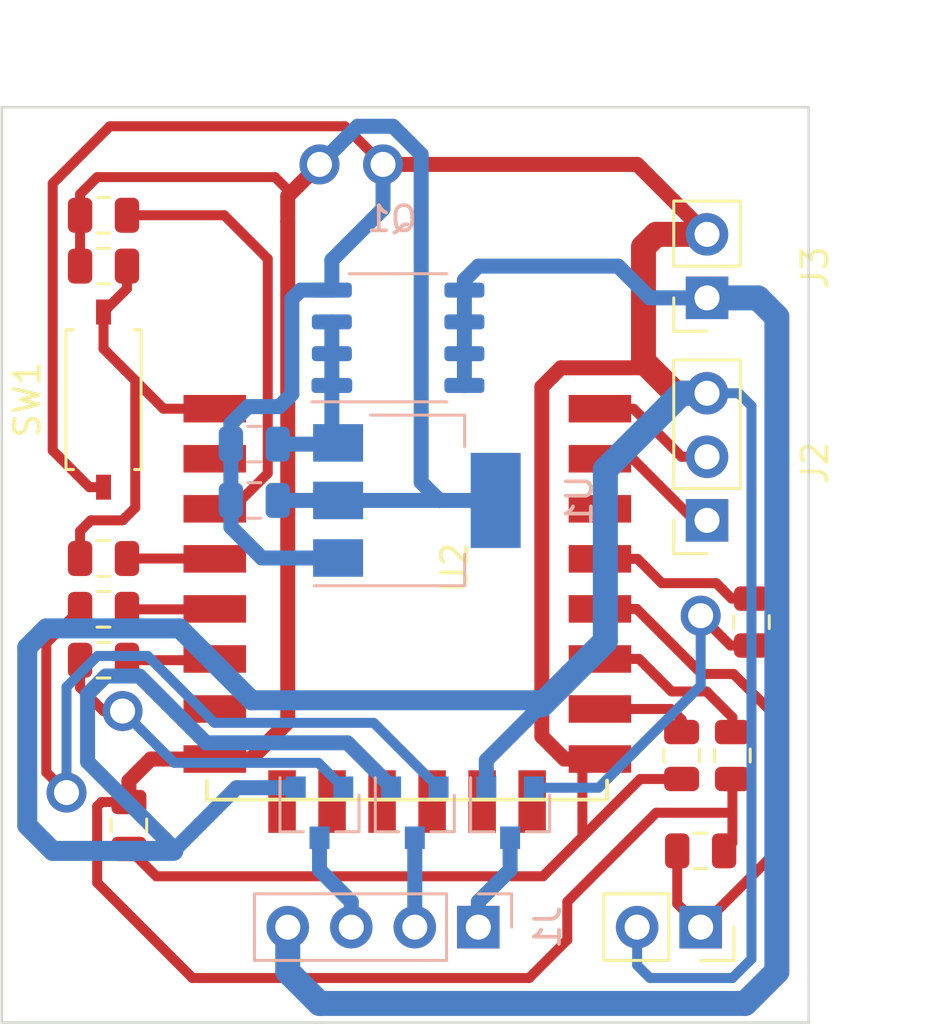
<source format=kicad_pcb>
(kicad_pcb (version 20171130) (host pcbnew 5.1.6-c6e7f7d~87~ubuntu20.04.1)

  (general
    (thickness 1.6)
    (drawings 6)
    (tracks 218)
    (zones 0)
    (modules 23)
    (nets 31)
  )

  (page A4)
  (layers
    (0 F.Cu signal)
    (31 B.Cu signal)
    (32 B.Adhes user)
    (33 F.Adhes user)
    (34 B.Paste user)
    (35 F.Paste user)
    (36 B.SilkS user)
    (37 F.SilkS user)
    (38 B.Mask user)
    (39 F.Mask user)
    (40 Dwgs.User user)
    (41 Cmts.User user)
    (42 Eco1.User user)
    (43 Eco2.User user)
    (44 Edge.Cuts user)
    (45 Margin user)
    (46 B.CrtYd user)
    (47 F.CrtYd user)
    (48 B.Fab user)
    (49 F.Fab user)
  )

  (setup
    (last_trace_width 0.6)
    (user_trace_width 0.4)
    (user_trace_width 0.6)
    (user_trace_width 0.8)
    (user_trace_width 1)
    (trace_clearance 0.3)
    (zone_clearance 0.508)
    (zone_45_only no)
    (trace_min 0.2)
    (via_size 1.6)
    (via_drill 1)
    (via_min_size 0.4)
    (via_min_drill 0.3)
    (user_via 1.6 1)
    (uvia_size 0.3)
    (uvia_drill 0.1)
    (uvias_allowed no)
    (uvia_min_size 0.2)
    (uvia_min_drill 0.1)
    (edge_width 0.05)
    (segment_width 0.2)
    (pcb_text_width 0.3)
    (pcb_text_size 1.5 1.5)
    (mod_edge_width 0.12)
    (mod_text_size 1 1)
    (mod_text_width 0.15)
    (pad_size 1.524 1.524)
    (pad_drill 0.762)
    (pad_to_mask_clearance 0.05)
    (aux_axis_origin 0 0)
    (visible_elements FFFFFF7F)
    (pcbplotparams
      (layerselection 0x010fc_ffffffff)
      (usegerberextensions false)
      (usegerberattributes true)
      (usegerberadvancedattributes true)
      (creategerberjobfile true)
      (excludeedgelayer true)
      (linewidth 0.100000)
      (plotframeref false)
      (viasonmask false)
      (mode 1)
      (useauxorigin false)
      (hpglpennumber 1)
      (hpglpenspeed 20)
      (hpglpendiameter 15.000000)
      (psnegative false)
      (psa4output false)
      (plotreference true)
      (plotvalue true)
      (plotinvisibletext false)
      (padsonsilk false)
      (subtractmaskfromsilk false)
      (outputformat 1)
      (mirror false)
      (drillshape 1)
      (scaleselection 1)
      (outputdirectory ""))
  )

  (net 0 "")
  (net 1 GND)
  (net 2 +12V)
  (net 3 +3V3)
  (net 4 /led3_out)
  (net 5 /led2_out)
  (net 6 /led1_out)
  (net 7 /RX)
  (net 8 /TX)
  (net 9 /12v_in)
  (net 10 "Net-(Q2-Pad2)")
  (net 11 "Net-(Q3-Pad2)")
  (net 12 "Net-(Q4-Pad2)")
  (net 13 /led1)
  (net 14 /led2)
  (net 15 /led3)
  (net 16 "Net-(R4-Pad2)")
  (net 17 "Net-(R5-Pad1)")
  (net 18 "Net-(R6-Pad2)")
  (net 19 "Net-(R7-Pad2)")
  (net 20 "Net-(R8-Pad2)")
  (net 21 "Net-(R9-Pad2)")
  (net 22 "Net-(U2-Pad22)")
  (net 23 "Net-(U2-Pad21)")
  (net 24 "Net-(U2-Pad20)")
  (net 25 "Net-(U2-Pad19)")
  (net 26 "Net-(U2-Pad18)")
  (net 27 "Net-(U2-Pad17)")
  (net 28 "Net-(U2-Pad14)")
  (net 29 "Net-(U2-Pad7)")
  (net 30 "Net-(U2-Pad2)")

  (net_class Default "This is the default net class."
    (clearance 0.3)
    (trace_width 0.4)
    (via_dia 1.6)
    (via_drill 1)
    (uvia_dia 0.3)
    (uvia_drill 0.1)
    (add_net +12V)
    (add_net +3V3)
    (add_net /12v_in)
    (add_net /RX)
    (add_net /TX)
    (add_net /led1)
    (add_net /led1_out)
    (add_net /led2)
    (add_net /led2_out)
    (add_net /led3)
    (add_net /led3_out)
    (add_net GND)
    (add_net "Net-(Q2-Pad2)")
    (add_net "Net-(Q3-Pad2)")
    (add_net "Net-(Q4-Pad2)")
    (add_net "Net-(R4-Pad2)")
    (add_net "Net-(R5-Pad1)")
    (add_net "Net-(R6-Pad2)")
    (add_net "Net-(R7-Pad2)")
    (add_net "Net-(R8-Pad2)")
    (add_net "Net-(R9-Pad2)")
    (add_net "Net-(U2-Pad14)")
    (add_net "Net-(U2-Pad17)")
    (add_net "Net-(U2-Pad18)")
    (add_net "Net-(U2-Pad19)")
    (add_net "Net-(U2-Pad2)")
    (add_net "Net-(U2-Pad20)")
    (add_net "Net-(U2-Pad21)")
    (add_net "Net-(U2-Pad22)")
    (add_net "Net-(U2-Pad7)")
  )

  (module custom:IRF9310PBF (layer B.Cu) (tedit 5FFB4D53) (tstamp 5FFBEE75)
    (at 178.912 115.386)
    (descr "HSOP, 8 Pin (https://www.st.com/resource/en/datasheet/l5973d.pdf), generated with kicad-footprint-generator ipc_gullwing_generator.py")
    (tags "HSOP SO")
    (path /5FFCD3D9)
    (attr smd)
    (fp_text reference Q1 (at -0.25 -4.75 180) (layer B.SilkS)
      (effects (font (size 1 1) (thickness 0.15)) (justify mirror))
    )
    (fp_text value IRF9310TRPBF (at -1.6 -3.4 180) (layer B.Fab)
      (effects (font (size 1 1) (thickness 0.15)) (justify mirror))
    )
    (fp_line (start 0 -2.56) (end 1.95 -2.56) (layer B.SilkS) (width 0.12))
    (fp_line (start 0 -2.56) (end -1.95 -2.56) (layer B.SilkS) (width 0.12))
    (fp_line (start 0 2.56) (end 1.95 2.56) (layer B.SilkS) (width 0.12))
    (fp_line (start 0 2.56) (end -3.45 2.56) (layer B.SilkS) (width 0.12))
    (fp_line (start -0.975 2.45) (end 1.95 2.45) (layer B.Fab) (width 0.1))
    (fp_line (start 1.95 2.45) (end 1.95 -2.45) (layer B.Fab) (width 0.1))
    (fp_line (start 1.95 -2.45) (end -1.95 -2.45) (layer B.Fab) (width 0.1))
    (fp_line (start -1.95 -2.45) (end -1.95 1.475) (layer B.Fab) (width 0.1))
    (fp_line (start -1.95 1.475) (end -0.975 2.45) (layer B.Fab) (width 0.1))
    (fp_line (start -3.7 2.7) (end -3.7 -2.7) (layer B.CrtYd) (width 0.05))
    (fp_line (start -3.7 -2.7) (end 3.7 -2.7) (layer B.CrtYd) (width 0.05))
    (fp_line (start 3.7 -2.7) (end 3.7 2.7) (layer B.CrtYd) (width 0.05))
    (fp_line (start 3.7 2.7) (end -3.7 2.7) (layer B.CrtYd) (width 0.05))
    (pad 3 smd roundrect (at -2.65 1.905) (size 1.63 0.6) (layers B.Cu B.Paste B.Mask) (roundrect_rratio 0.25)
      (net 2 +12V))
    (pad 3 smd roundrect (at -2.65 0.635) (size 1.6 0.6) (layers B.Cu B.Paste B.Mask) (roundrect_rratio 0.25)
      (net 2 +12V))
    (pad 3 smd roundrect (at -2.65 -0.635) (size 1.6 0.6) (layers B.Cu B.Paste B.Mask) (roundrect_rratio 0.25)
      (net 2 +12V))
    (pad 2 smd roundrect (at -2.65 -1.905) (size 1.6 0.6) (layers B.Cu B.Paste B.Mask) (roundrect_rratio 0.25)
      (net 1 GND))
    (pad 1 smd roundrect (at 2.65 -1.905) (size 1.6 0.6) (layers B.Cu B.Paste B.Mask) (roundrect_rratio 0.25)
      (net 9 /12v_in))
    (pad 1 smd roundrect (at 2.65 -0.635) (size 1.6 0.6) (layers B.Cu B.Paste B.Mask) (roundrect_rratio 0.25)
      (net 9 /12v_in))
    (pad 1 smd roundrect (at 2.65 0.635) (size 1.6 0.6) (layers B.Cu B.Paste B.Mask) (roundrect_rratio 0.25)
      (net 9 /12v_in))
    (pad 1 smd roundrect (at 2.65 1.905) (size 1.6 0.6) (layers B.Cu B.Paste B.Mask) (roundrect_rratio 0.25)
      (net 9 /12v_in))
    (model ${KISYS3DMOD}/Package_SO.3dshapes/HSOP-8-1EP_3.9x4.9mm_P1.27mm_EP2.41x3.1mm.wrl
      (at (xyz 0 0 0))
      (scale (xyz 1 1 1))
      (rotate (xyz 0 0 0))
    )
  )

  (module custom:AO3400 (layer B.Cu) (tedit 5FFAFD97) (tstamp 5FFB571C)
    (at 175.768 134.366 270)
    (descr "SOT-23, Standard")
    (tags SOT-23)
    (path /60107E6C)
    (attr smd)
    (fp_text reference Q4 (at 0 2.5 90) (layer B.SilkS) hide
      (effects (font (size 1 1) (thickness 0.15)) (justify mirror))
    )
    (fp_text value AO3400A (at 0 -2.5 90) (layer B.Fab) hide
      (effects (font (size 1 1) (thickness 0.15)) (justify mirror))
    )
    (fp_line (start 0.76 -1.58) (end -0.7 -1.58) (layer B.SilkS) (width 0.12))
    (fp_line (start 0.76 1.58) (end -1.4 1.58) (layer B.SilkS) (width 0.12))
    (fp_line (start -1.7 -1.75) (end -1.7 1.75) (layer B.CrtYd) (width 0.05))
    (fp_line (start 1.7 -1.75) (end -1.7 -1.75) (layer B.CrtYd) (width 0.05))
    (fp_line (start 1.7 1.75) (end 1.7 -1.75) (layer B.CrtYd) (width 0.05))
    (fp_line (start -1.7 1.75) (end 1.7 1.75) (layer B.CrtYd) (width 0.05))
    (fp_line (start 0.76 1.58) (end 0.76 0.65) (layer B.SilkS) (width 0.12))
    (fp_line (start 0.76 -1.58) (end 0.76 -0.65) (layer B.SilkS) (width 0.12))
    (fp_line (start -0.7 -1.52) (end 0.7 -1.52) (layer B.Fab) (width 0.1))
    (fp_line (start 0.7 1.52) (end 0.7 -1.52) (layer B.Fab) (width 0.1))
    (fp_line (start -0.7 0.95) (end -0.15 1.52) (layer B.Fab) (width 0.1))
    (fp_line (start -0.15 1.52) (end 0.7 1.52) (layer B.Fab) (width 0.1))
    (fp_line (start -0.7 0.95) (end -0.7 -1.5) (layer B.Fab) (width 0.1))
    (fp_text user %R (at 0 0 180) (layer B.Fab) hide
      (effects (font (size 0.5 0.5) (thickness 0.075)) (justify mirror))
    )
    (pad 1 smd rect (at 1 0 270) (size 0.9 0.8) (layers B.Cu B.Paste B.Mask)
      (net 4 /led3_out))
    (pad 2 smd rect (at -1 -0.95 270) (size 0.9 0.8) (layers B.Cu B.Paste B.Mask)
      (net 12 "Net-(Q4-Pad2)"))
    (pad 3 smd rect (at -1 0.95 270) (size 0.9 0.8) (layers B.Cu B.Paste B.Mask)
      (net 1 GND))
    (model ${KISYS3DMOD}/Package_TO_SOT_SMD.3dshapes/SOT-23.wrl
      (at (xyz 0 0 0))
      (scale (xyz 1 1 1))
      (rotate (xyz 0 0 0))
    )
  )

  (module custom:AO3400 (layer B.Cu) (tedit 5FFAFD97) (tstamp 5FFB5707)
    (at 179.578 134.366 270)
    (descr "SOT-23, Standard")
    (tags SOT-23)
    (path /600FDD82)
    (attr smd)
    (fp_text reference Q3 (at 0 2.5 90) (layer B.SilkS) hide
      (effects (font (size 1 1) (thickness 0.15)) (justify mirror))
    )
    (fp_text value AO3400A (at 0 -2.5 90) (layer B.Fab) hide
      (effects (font (size 1 1) (thickness 0.15)) (justify mirror))
    )
    (fp_line (start 0.76 -1.58) (end -0.7 -1.58) (layer B.SilkS) (width 0.12))
    (fp_line (start 0.76 1.58) (end -1.4 1.58) (layer B.SilkS) (width 0.12))
    (fp_line (start -1.7 -1.75) (end -1.7 1.75) (layer B.CrtYd) (width 0.05))
    (fp_line (start 1.7 -1.75) (end -1.7 -1.75) (layer B.CrtYd) (width 0.05))
    (fp_line (start 1.7 1.75) (end 1.7 -1.75) (layer B.CrtYd) (width 0.05))
    (fp_line (start -1.7 1.75) (end 1.7 1.75) (layer B.CrtYd) (width 0.05))
    (fp_line (start 0.76 1.58) (end 0.76 0.65) (layer B.SilkS) (width 0.12))
    (fp_line (start 0.76 -1.58) (end 0.76 -0.65) (layer B.SilkS) (width 0.12))
    (fp_line (start -0.7 -1.52) (end 0.7 -1.52) (layer B.Fab) (width 0.1))
    (fp_line (start 0.7 1.52) (end 0.7 -1.52) (layer B.Fab) (width 0.1))
    (fp_line (start -0.7 0.95) (end -0.15 1.52) (layer B.Fab) (width 0.1))
    (fp_line (start -0.15 1.52) (end 0.7 1.52) (layer B.Fab) (width 0.1))
    (fp_line (start -0.7 0.95) (end -0.7 -1.5) (layer B.Fab) (width 0.1))
    (fp_text user %R (at 0 0 180) (layer B.Fab) hide
      (effects (font (size 0.5 0.5) (thickness 0.075)) (justify mirror))
    )
    (pad 1 smd rect (at 1 0 270) (size 0.9 0.8) (layers B.Cu B.Paste B.Mask)
      (net 5 /led2_out))
    (pad 2 smd rect (at -1 -0.95 270) (size 0.9 0.8) (layers B.Cu B.Paste B.Mask)
      (net 11 "Net-(Q3-Pad2)"))
    (pad 3 smd rect (at -1 0.95 270) (size 0.9 0.8) (layers B.Cu B.Paste B.Mask)
      (net 1 GND))
    (model ${KISYS3DMOD}/Package_TO_SOT_SMD.3dshapes/SOT-23.wrl
      (at (xyz 0 0 0))
      (scale (xyz 1 1 1))
      (rotate (xyz 0 0 0))
    )
  )

  (module custom:AO3400 (layer B.Cu) (tedit 5FFAFD97) (tstamp 5FFB56F2)
    (at 183.388 134.366 270)
    (descr "SOT-23, Standard")
    (tags SOT-23)
    (path /600BF2DA)
    (attr smd)
    (fp_text reference Q2 (at 0 2.5 90) (layer B.SilkS) hide
      (effects (font (size 1 1) (thickness 0.15)) (justify mirror))
    )
    (fp_text value AO3400A (at 0 -2.5 90) (layer B.Fab) hide
      (effects (font (size 1 1) (thickness 0.15)) (justify mirror))
    )
    (fp_line (start 0.76 -1.58) (end -0.7 -1.58) (layer B.SilkS) (width 0.12))
    (fp_line (start 0.76 1.58) (end -1.4 1.58) (layer B.SilkS) (width 0.12))
    (fp_line (start -1.7 -1.75) (end -1.7 1.75) (layer B.CrtYd) (width 0.05))
    (fp_line (start 1.7 -1.75) (end -1.7 -1.75) (layer B.CrtYd) (width 0.05))
    (fp_line (start 1.7 1.75) (end 1.7 -1.75) (layer B.CrtYd) (width 0.05))
    (fp_line (start -1.7 1.75) (end 1.7 1.75) (layer B.CrtYd) (width 0.05))
    (fp_line (start 0.76 1.58) (end 0.76 0.65) (layer B.SilkS) (width 0.12))
    (fp_line (start 0.76 -1.58) (end 0.76 -0.65) (layer B.SilkS) (width 0.12))
    (fp_line (start -0.7 -1.52) (end 0.7 -1.52) (layer B.Fab) (width 0.1))
    (fp_line (start 0.7 1.52) (end 0.7 -1.52) (layer B.Fab) (width 0.1))
    (fp_line (start -0.7 0.95) (end -0.15 1.52) (layer B.Fab) (width 0.1))
    (fp_line (start -0.15 1.52) (end 0.7 1.52) (layer B.Fab) (width 0.1))
    (fp_line (start -0.7 0.95) (end -0.7 -1.5) (layer B.Fab) (width 0.1))
    (fp_text user %R (at 0 0 180) (layer B.Fab) hide
      (effects (font (size 0.5 0.5) (thickness 0.075)) (justify mirror))
    )
    (pad 1 smd rect (at 1 0 270) (size 0.9 0.8) (layers B.Cu B.Paste B.Mask)
      (net 6 /led1_out))
    (pad 2 smd rect (at -1 -0.95 270) (size 0.9 0.8) (layers B.Cu B.Paste B.Mask)
      (net 10 "Net-(Q2-Pad2)"))
    (pad 3 smd rect (at -1 0.95 270) (size 0.9 0.8) (layers B.Cu B.Paste B.Mask)
      (net 1 GND))
    (model ${KISYS3DMOD}/Package_TO_SOT_SMD.3dshapes/SOT-23.wrl
      (at (xyz 0 0 0))
      (scale (xyz 1 1 1))
      (rotate (xyz 0 0 0))
    )
  )

  (module ESP8266:ESP-12E_SMD (layer F.Cu) (tedit 58FB7FFE) (tstamp 5FFB5826)
    (at 172.28 118.22)
    (descr "Module, ESP-8266, ESP-12, 16 pad, SMD")
    (tags "Module ESP-8266 ESP8266")
    (path /5FFF27BA)
    (fp_text reference U2 (at 8.89 6.35 90) (layer F.SilkS)
      (effects (font (size 1 1) (thickness 0.15)))
    )
    (fp_text value ESP-12F (at 5.08 6.35 90) (layer F.Fab) hide
      (effects (font (size 1 1) (thickness 0.15)))
    )
    (fp_line (start -2.25 -0.5) (end -2.25 -8.75) (layer F.CrtYd) (width 0.05))
    (fp_line (start -2.25 -8.75) (end 15.25 -8.75) (layer F.CrtYd) (width 0.05))
    (fp_line (start 15.25 -8.75) (end 16.25 -8.75) (layer F.CrtYd) (width 0.05))
    (fp_line (start 16.25 -8.75) (end 16.25 16) (layer F.CrtYd) (width 0.05))
    (fp_line (start 16.25 16) (end -2.25 16) (layer F.CrtYd) (width 0.05))
    (fp_line (start -2.25 16) (end -2.25 -0.5) (layer F.CrtYd) (width 0.05))
    (fp_line (start -1.016 -8.382) (end 14.986 -8.382) (layer F.CrtYd) (width 0.1524))
    (fp_line (start 14.986 -8.382) (end 14.986 -0.889) (layer F.CrtYd) (width 0.1524))
    (fp_line (start -1.016 -8.382) (end -1.016 -1.016) (layer F.CrtYd) (width 0.1524))
    (fp_line (start -1.016 14.859) (end -1.016 15.621) (layer F.SilkS) (width 0.1524))
    (fp_line (start -1.016 15.621) (end 14.986 15.621) (layer F.SilkS) (width 0.1524))
    (fp_line (start 14.986 15.621) (end 14.986 14.859) (layer F.SilkS) (width 0.1524))
    (fp_line (start 14.992 -8.4) (end -1.008 -2.6) (layer F.CrtYd) (width 0.1524))
    (fp_line (start -1.008 -8.4) (end 14.992 -2.6) (layer F.CrtYd) (width 0.1524))
    (fp_line (start -1.008 -2.6) (end 14.992 -2.6) (layer F.CrtYd) (width 0.1524))
    (fp_line (start 15 -8.4) (end 15 15.6) (layer F.Fab) (width 0.05))
    (fp_line (start 14.992 15.6) (end -1.008 15.6) (layer F.Fab) (width 0.05))
    (fp_line (start -1.008 15.6) (end -1.008 -8.4) (layer F.Fab) (width 0.05))
    (fp_line (start -1.008 -8.4) (end 14.992 -8.4) (layer F.Fab) (width 0.05))
    (fp_text user "No Copper" (at 6.892 -5.4) (layer F.CrtYd)
      (effects (font (size 1 1) (thickness 0.15)))
    )
    (pad 22 smd rect (at 11.99 15 90) (size 2.5 1.1) (drill (offset -0.7 0)) (layers F.Cu F.Paste F.Mask)
      (net 22 "Net-(U2-Pad22)"))
    (pad 21 smd rect (at 9.99 15 90) (size 2.5 1.1) (drill (offset -0.7 0)) (layers F.Cu F.Paste F.Mask)
      (net 23 "Net-(U2-Pad21)"))
    (pad 20 smd rect (at 7.99 15 90) (size 2.5 1.1) (drill (offset -0.7 0)) (layers F.Cu F.Paste F.Mask)
      (net 24 "Net-(U2-Pad20)"))
    (pad 19 smd rect (at 5.99 15 90) (size 2.5 1.1) (drill (offset -0.7 0)) (layers F.Cu F.Paste F.Mask)
      (net 25 "Net-(U2-Pad19)"))
    (pad 18 smd rect (at 3.99 15 90) (size 2.5 1.1) (drill (offset -0.7 0)) (layers F.Cu F.Paste F.Mask)
      (net 26 "Net-(U2-Pad18)"))
    (pad 17 smd rect (at 1.99 15 90) (size 2.5 1.1) (drill (offset -0.7 0)) (layers F.Cu F.Paste F.Mask)
      (net 27 "Net-(U2-Pad17)"))
    (pad 16 smd rect (at 14 0) (size 2.5 1.1) (drill (offset 0.7 0)) (layers F.Cu F.Paste F.Mask)
      (net 7 /RX))
    (pad 15 smd rect (at 14 2) (size 2.5 1.1) (drill (offset 0.7 0)) (layers F.Cu F.Paste F.Mask)
      (net 8 /TX))
    (pad 14 smd rect (at 14 4) (size 2.5 1.1) (drill (offset 0.7 0)) (layers F.Cu F.Paste F.Mask)
      (net 28 "Net-(U2-Pad14)"))
    (pad 13 smd rect (at 14 6) (size 2.5 1.1) (drill (offset 0.7 0)) (layers F.Cu F.Paste F.Mask)
      (net 13 /led1))
    (pad 12 smd rect (at 14 8) (size 2.5 1.1) (drill (offset 0.7 0)) (layers F.Cu F.Paste F.Mask)
      (net 19 "Net-(R7-Pad2)"))
    (pad 11 smd rect (at 14 10) (size 2.5 1.1) (drill (offset 0.7 0)) (layers F.Cu F.Paste F.Mask)
      (net 20 "Net-(R8-Pad2)"))
    (pad 10 smd rect (at 14 12) (size 2.5 1.1) (drill (offset 0.7 0)) (layers F.Cu F.Paste F.Mask)
      (net 21 "Net-(R9-Pad2)"))
    (pad 9 smd rect (at 14 14) (size 2.5 1.1) (drill (offset 0.7 0)) (layers F.Cu F.Paste F.Mask)
      (net 1 GND))
    (pad 8 smd rect (at 0 14) (size 2.5 1.1) (drill (offset -0.7 0)) (layers F.Cu F.Paste F.Mask)
      (net 3 +3V3))
    (pad 7 smd rect (at 0 12) (size 2.5 1.1) (drill (offset -0.7 0)) (layers F.Cu F.Paste F.Mask)
      (net 29 "Net-(U2-Pad7)"))
    (pad 6 smd rect (at 0 10) (size 2.5 1.1) (drill (offset -0.7 0)) (layers F.Cu F.Paste F.Mask)
      (net 15 /led3))
    (pad 5 smd rect (at 0 8) (size 2.5 1.1) (drill (offset -0.7 0)) (layers F.Cu F.Paste F.Mask)
      (net 14 /led2))
    (pad 4 smd rect (at 0 6) (size 2.5 1.1) (drill (offset -0.7 0)) (layers F.Cu F.Paste F.Mask)
      (net 17 "Net-(R5-Pad1)"))
    (pad 3 smd rect (at 0 4) (size 2.5 1.1) (drill (offset -0.7 0)) (layers F.Cu F.Paste F.Mask)
      (net 18 "Net-(R6-Pad2)"))
    (pad 2 smd rect (at 0 2) (size 2.5 1.1) (drill (offset -0.7 0)) (layers F.Cu F.Paste F.Mask)
      (net 30 "Net-(U2-Pad2)"))
    (pad 1 smd rect (at 0 0) (size 2.5 1.1) (drill (offset -0.7 0)) (layers F.Cu F.Paste F.Mask)
      (net 16 "Net-(R4-Pad2)"))
    (model ${ESPLIB}/ESP8266.3dshapes/ESP-12.wrl
      (at (xyz 0 0 0))
      (scale (xyz 0.3937 0.3937 0.3937))
      (rotate (xyz 0 0 0))
    )
  )

  (module Package_TO_SOT_SMD:SOT-223-3_TabPin2 (layer B.Cu) (tedit 5A02FF57) (tstamp 5FFBEEC9)
    (at 179.662 121.886)
    (descr "module CMS SOT223 4 pins")
    (tags "CMS SOT")
    (path /5FFB1402)
    (attr smd)
    (fp_text reference U1 (at 6.5 0 270) (layer B.SilkS)
      (effects (font (size 1 1) (thickness 0.15)) (justify mirror))
    )
    (fp_text value AMS1117-3.3 (at 5.1 1.55 270) (layer B.Fab)
      (effects (font (size 1 1) (thickness 0.15)) (justify mirror))
    )
    (fp_line (start 1.91 -3.41) (end 1.91 -2.15) (layer B.SilkS) (width 0.12))
    (fp_line (start 1.91 3.41) (end 1.91 2.15) (layer B.SilkS) (width 0.12))
    (fp_line (start 4.4 3.6) (end -4.4 3.6) (layer B.CrtYd) (width 0.05))
    (fp_line (start 4.4 -3.6) (end 4.4 3.6) (layer B.CrtYd) (width 0.05))
    (fp_line (start -4.4 -3.6) (end 4.4 -3.6) (layer B.CrtYd) (width 0.05))
    (fp_line (start -4.4 3.6) (end -4.4 -3.6) (layer B.CrtYd) (width 0.05))
    (fp_line (start -1.85 2.35) (end -0.85 3.35) (layer B.Fab) (width 0.1))
    (fp_line (start -1.85 2.35) (end -1.85 -3.35) (layer B.Fab) (width 0.1))
    (fp_line (start -1.85 -3.41) (end 1.91 -3.41) (layer B.SilkS) (width 0.12))
    (fp_line (start -0.85 3.35) (end 1.85 3.35) (layer B.Fab) (width 0.1))
    (fp_line (start -4.1 3.41) (end 1.91 3.41) (layer B.SilkS) (width 0.12))
    (fp_line (start -1.85 -3.35) (end 1.85 -3.35) (layer B.Fab) (width 0.1))
    (fp_line (start 1.85 3.35) (end 1.85 -3.35) (layer B.Fab) (width 0.1))
    (fp_text user %R (at 0 0 90) (layer B.Fab)
      (effects (font (size 0.8 0.8) (thickness 0.12)) (justify mirror))
    )
    (pad 1 smd rect (at -3.15 2.3) (size 2 1.5) (layers B.Cu B.Paste B.Mask)
      (net 1 GND))
    (pad 3 smd rect (at -3.15 -2.3) (size 2 1.5) (layers B.Cu B.Paste B.Mask)
      (net 2 +12V))
    (pad 2 smd rect (at -3.15 0) (size 2 1.5) (layers B.Cu B.Paste B.Mask)
      (net 3 +3V3))
    (pad 2 smd rect (at 3.15 0) (size 2 3.8) (layers B.Cu B.Paste B.Mask)
      (net 3 +3V3))
    (model ${KISYS3DMOD}/Package_TO_SOT_SMD.3dshapes/SOT-223.wrl
      (at (xyz 0 0 0))
      (scale (xyz 1 1 1))
      (rotate (xyz 0 0 0))
    )
  )

  (module Connector_PinSocket_2.54mm:PinSocket_1x02_P2.54mm_Vertical (layer F.Cu) (tedit 5A19A420) (tstamp 5FFB953C)
    (at 191.008 138.938 270)
    (descr "Through hole straight socket strip, 1x02, 2.54mm pitch, single row (from Kicad 4.0.7), script generated")
    (tags "Through hole socket strip THT 1x02 2.54mm single row")
    (path /6004F83C)
    (fp_text reference SW2 (at 4.318 1.27 180) (layer F.SilkS) hide
      (effects (font (size 1 1) (thickness 0.15)))
    )
    (fp_text value flash (at 0 -2.54 270) (layer F.Fab)
      (effects (font (size 1 1) (thickness 0.15)))
    )
    (fp_line (start -1.27 -1.27) (end 0.635 -1.27) (layer F.Fab) (width 0.1))
    (fp_line (start 0.635 -1.27) (end 1.27 -0.635) (layer F.Fab) (width 0.1))
    (fp_line (start 1.27 -0.635) (end 1.27 3.81) (layer F.Fab) (width 0.1))
    (fp_line (start 1.27 3.81) (end -1.27 3.81) (layer F.Fab) (width 0.1))
    (fp_line (start -1.27 3.81) (end -1.27 -1.27) (layer F.Fab) (width 0.1))
    (fp_line (start -1.33 1.27) (end 1.33 1.27) (layer F.SilkS) (width 0.12))
    (fp_line (start -1.33 1.27) (end -1.33 3.87) (layer F.SilkS) (width 0.12))
    (fp_line (start -1.33 3.87) (end 1.33 3.87) (layer F.SilkS) (width 0.12))
    (fp_line (start 1.33 1.27) (end 1.33 3.87) (layer F.SilkS) (width 0.12))
    (fp_line (start 1.33 -1.33) (end 1.33 0) (layer F.SilkS) (width 0.12))
    (fp_line (start 0 -1.33) (end 1.33 -1.33) (layer F.SilkS) (width 0.12))
    (fp_line (start -1.8 -1.8) (end 1.75 -1.8) (layer F.CrtYd) (width 0.05))
    (fp_line (start 1.75 -1.8) (end 1.75 4.3) (layer F.CrtYd) (width 0.05))
    (fp_line (start 1.75 4.3) (end -1.8 4.3) (layer F.CrtYd) (width 0.05))
    (fp_line (start -1.8 4.3) (end -1.8 -1.8) (layer F.CrtYd) (width 0.05))
    (fp_text user %R (at 0 1.27 90) (layer F.Fab) hide
      (effects (font (size 1 1) (thickness 0.15)))
    )
    (pad 2 thru_hole oval (at 0 2.54 270) (size 1.7 1.7) (drill 1) (layers *.Cu *.Mask)
      (net 1 GND))
    (pad 1 thru_hole rect (at 0 0 270) (size 1.7 1.7) (drill 1) (layers *.Cu *.Mask)
      (net 19 "Net-(R7-Pad2)"))
    (model ${KISYS3DMOD}/Connector_PinSocket_2.54mm.3dshapes/PinSocket_1x02_P2.54mm_Vertical.wrl
      (at (xyz 0 0 0))
      (scale (xyz 1 1 1))
      (rotate (xyz 0 0 0))
    )
  )

  (module custom:push_button (layer F.Cu) (tedit 5FFAF992) (tstamp 5FFBEABF)
    (at 167.132 117.856 90)
    (descr "Ultra-small-sized Tactile Switch with High Contact Reliability, Top-actuated Model, without Ground Terminal, with Boss")
    (tags "Tactile Switch")
    (path /5FFF9C74)
    (attr smd)
    (fp_text reference SW1 (at 0 -3.048 90) (layer F.SilkS)
      (effects (font (size 1 1) (thickness 0.15)))
    )
    (fp_text value reset (at -0.254 -2.286 90) (layer F.Fab)
      (effects (font (size 1 1) (thickness 0.15)))
    )
    (fp_circle (center 0 0) (end 0.75 0) (layer F.Fab) (width 0.1))
    (fp_line (start -2.54 1.25) (end -2.54 -1.25) (layer F.Fab) (width 0.1))
    (fp_line (start 2.54 1.25) (end -2.54 1.25) (layer F.Fab) (width 0.1))
    (fp_line (start 2.54 -1.25) (end 2.54 1.25) (layer F.Fab) (width 0.1))
    (fp_line (start -2.54 -1.25) (end 2.54 -1.25) (layer F.Fab) (width 0.1))
    (fp_line (start 2.794 -1.4986) (end 2.794 -1.1986) (layer F.SilkS) (width 0.12))
    (fp_line (start -2.794 -1.5016) (end 2.794 -1.5016) (layer F.SilkS) (width 0.12))
    (fp_line (start -2.794 -1.2016) (end -2.794 -1.5016) (layer F.SilkS) (width 0.12))
    (fp_line (start -4.064 1.75) (end -4.064 -1.75) (layer F.CrtYd) (width 0.05))
    (fp_line (start 4.064 -1.75) (end -4.064 -1.75) (layer F.CrtYd) (width 0.05))
    (fp_line (start 4.064 1.75) (end 4.064 -1.75) (layer F.CrtYd) (width 0.05))
    (fp_line (start -4.064 1.75) (end 4.064 1.75) (layer F.CrtYd) (width 0.05))
    (fp_line (start 2.794 1.2446) (end 2.794 1.5016) (layer F.SilkS) (width 0.12))
    (fp_line (start 2.794 1.5016) (end -2.794 1.5016) (layer F.SilkS) (width 0.12))
    (fp_line (start -2.794 1.5016) (end -2.794 1.2416) (layer F.SilkS) (width 0.12))
    (fp_text user %R (at 0 -2.5 90) (layer F.Fab) hide
      (effects (font (size 1 1) (thickness 0.15)))
    )
    (pad 2 smd rect (at 3.5 0 90) (size 1 0.6) (layers F.Cu F.Paste F.Mask)
      (net 16 "Net-(R4-Pad2)"))
    (pad "" np_thru_hole circle (at 0 0 90) (size 0.8 0.8) (drill 0.8) (layers *.Cu *.Mask))
    (pad 1 smd rect (at -3.5 0 90) (size 1 0.6) (layers F.Cu F.Paste F.Mask)
      (net 1 GND))
    (model ${KISYS3DMOD}/Button_Switch_SMD.3dshapes/SW_SPST_B3U-1000P-B.wrl
      (at (xyz 0 0 0))
      (scale (xyz 1 1 1))
      (rotate (xyz 0 0 0))
    )
  )

  (module Resistor_SMD:R_0805_2012Metric (layer F.Cu) (tedit 5B36C52B) (tstamp 5FFB7E41)
    (at 190.246 132.08 90)
    (descr "Resistor SMD 0805 (2012 Metric), square (rectangular) end terminal, IPC_7351 nominal, (Body size source: https://docs.google.com/spreadsheets/d/1BsfQQcO9C6DZCsRaXUlFlo91Tg2WpOkGARC1WS5S8t0/edit?usp=sharing), generated with kicad-footprint-generator")
    (tags resistor)
    (path /60059CCA)
    (attr smd)
    (fp_text reference R9 (at 0 -1.65 90) (layer F.SilkS) hide
      (effects (font (size 1 1) (thickness 0.15)))
    )
    (fp_text value 10k (at 0 1.65 90) (layer F.Fab) hide
      (effects (font (size 1 1) (thickness 0.15)))
    )
    (fp_line (start -1 0.6) (end -1 -0.6) (layer F.Fab) (width 0.1))
    (fp_line (start -1 -0.6) (end 1 -0.6) (layer F.Fab) (width 0.1))
    (fp_line (start 1 -0.6) (end 1 0.6) (layer F.Fab) (width 0.1))
    (fp_line (start 1 0.6) (end -1 0.6) (layer F.Fab) (width 0.1))
    (fp_line (start -0.258578 -0.71) (end 0.258578 -0.71) (layer F.SilkS) (width 0.12))
    (fp_line (start -0.258578 0.71) (end 0.258578 0.71) (layer F.SilkS) (width 0.12))
    (fp_line (start -1.68 0.95) (end -1.68 -0.95) (layer F.CrtYd) (width 0.05))
    (fp_line (start -1.68 -0.95) (end 1.68 -0.95) (layer F.CrtYd) (width 0.05))
    (fp_line (start 1.68 -0.95) (end 1.68 0.95) (layer F.CrtYd) (width 0.05))
    (fp_line (start 1.68 0.95) (end -1.68 0.95) (layer F.CrtYd) (width 0.05))
    (fp_text user %R (at 0 0 90) (layer F.Fab) hide
      (effects (font (size 0.5 0.5) (thickness 0.08)))
    )
    (pad 2 smd roundrect (at 0.9375 0 90) (size 0.975 1.4) (layers F.Cu F.Paste F.Mask) (roundrect_rratio 0.25)
      (net 21 "Net-(R9-Pad2)"))
    (pad 1 smd roundrect (at -0.9375 0 90) (size 0.975 1.4) (layers F.Cu F.Paste F.Mask) (roundrect_rratio 0.25)
      (net 1 GND))
    (model ${KISYS3DMOD}/Resistor_SMD.3dshapes/R_0805_2012Metric.wrl
      (at (xyz 0 0 0))
      (scale (xyz 1 1 1))
      (rotate (xyz 0 0 0))
    )
  )

  (module Resistor_SMD:R_0805_2012Metric (layer F.Cu) (tedit 5B36C52B) (tstamp 5FFB800E)
    (at 192.278 132.08 90)
    (descr "Resistor SMD 0805 (2012 Metric), square (rectangular) end terminal, IPC_7351 nominal, (Body size source: https://docs.google.com/spreadsheets/d/1BsfQQcO9C6DZCsRaXUlFlo91Tg2WpOkGARC1WS5S8t0/edit?usp=sharing), generated with kicad-footprint-generator")
    (tags resistor)
    (path /6004409A)
    (attr smd)
    (fp_text reference R8 (at 0 -1.65 90) (layer F.SilkS) hide
      (effects (font (size 1 1) (thickness 0.15)))
    )
    (fp_text value 10k (at 0 1.65 90) (layer F.Fab) hide
      (effects (font (size 1 1) (thickness 0.15)))
    )
    (fp_line (start -1 0.6) (end -1 -0.6) (layer F.Fab) (width 0.1))
    (fp_line (start -1 -0.6) (end 1 -0.6) (layer F.Fab) (width 0.1))
    (fp_line (start 1 -0.6) (end 1 0.6) (layer F.Fab) (width 0.1))
    (fp_line (start 1 0.6) (end -1 0.6) (layer F.Fab) (width 0.1))
    (fp_line (start -0.258578 -0.71) (end 0.258578 -0.71) (layer F.SilkS) (width 0.12))
    (fp_line (start -0.258578 0.71) (end 0.258578 0.71) (layer F.SilkS) (width 0.12))
    (fp_line (start -1.68 0.95) (end -1.68 -0.95) (layer F.CrtYd) (width 0.05))
    (fp_line (start -1.68 -0.95) (end 1.68 -0.95) (layer F.CrtYd) (width 0.05))
    (fp_line (start 1.68 -0.95) (end 1.68 0.95) (layer F.CrtYd) (width 0.05))
    (fp_line (start 1.68 0.95) (end -1.68 0.95) (layer F.CrtYd) (width 0.05))
    (fp_text user %R (at 0 0 90) (layer F.Fab) hide
      (effects (font (size 0.5 0.5) (thickness 0.08)))
    )
    (pad 2 smd roundrect (at 0.9375 0 90) (size 0.975 1.4) (layers F.Cu F.Paste F.Mask) (roundrect_rratio 0.25)
      (net 20 "Net-(R8-Pad2)"))
    (pad 1 smd roundrect (at -0.9375 0 90) (size 0.975 1.4) (layers F.Cu F.Paste F.Mask) (roundrect_rratio 0.25)
      (net 3 +3V3))
    (model ${KISYS3DMOD}/Resistor_SMD.3dshapes/R_0805_2012Metric.wrl
      (at (xyz 0 0 0))
      (scale (xyz 1 1 1))
      (rotate (xyz 0 0 0))
    )
  )

  (module Resistor_SMD:R_0805_2012Metric (layer F.Cu) (tedit 5B36C52B) (tstamp 5FFB9393)
    (at 191.008 135.89 180)
    (descr "Resistor SMD 0805 (2012 Metric), square (rectangular) end terminal, IPC_7351 nominal, (Body size source: https://docs.google.com/spreadsheets/d/1BsfQQcO9C6DZCsRaXUlFlo91Tg2WpOkGARC1WS5S8t0/edit?usp=sharing), generated with kicad-footprint-generator")
    (tags resistor)
    (path /60044094)
    (attr smd)
    (fp_text reference R7 (at 0 -1.65) (layer F.SilkS) hide
      (effects (font (size 1 1) (thickness 0.15)))
    )
    (fp_text value 10k (at 0 1.65) (layer F.Fab) hide
      (effects (font (size 1 1) (thickness 0.15)))
    )
    (fp_line (start -1 0.6) (end -1 -0.6) (layer F.Fab) (width 0.1))
    (fp_line (start -1 -0.6) (end 1 -0.6) (layer F.Fab) (width 0.1))
    (fp_line (start 1 -0.6) (end 1 0.6) (layer F.Fab) (width 0.1))
    (fp_line (start 1 0.6) (end -1 0.6) (layer F.Fab) (width 0.1))
    (fp_line (start -0.258578 -0.71) (end 0.258578 -0.71) (layer F.SilkS) (width 0.12))
    (fp_line (start -0.258578 0.71) (end 0.258578 0.71) (layer F.SilkS) (width 0.12))
    (fp_line (start -1.68 0.95) (end -1.68 -0.95) (layer F.CrtYd) (width 0.05))
    (fp_line (start -1.68 -0.95) (end 1.68 -0.95) (layer F.CrtYd) (width 0.05))
    (fp_line (start 1.68 -0.95) (end 1.68 0.95) (layer F.CrtYd) (width 0.05))
    (fp_line (start 1.68 0.95) (end -1.68 0.95) (layer F.CrtYd) (width 0.05))
    (fp_text user %R (at 0 0) (layer F.Fab) hide
      (effects (font (size 0.5 0.5) (thickness 0.08)))
    )
    (pad 2 smd roundrect (at 0.9375 0 180) (size 0.975 1.4) (layers F.Cu F.Paste F.Mask) (roundrect_rratio 0.25)
      (net 19 "Net-(R7-Pad2)"))
    (pad 1 smd roundrect (at -0.9375 0 180) (size 0.975 1.4) (layers F.Cu F.Paste F.Mask) (roundrect_rratio 0.25)
      (net 3 +3V3))
    (model ${KISYS3DMOD}/Resistor_SMD.3dshapes/R_0805_2012Metric.wrl
      (at (xyz 0 0 0))
      (scale (xyz 1 1 1))
      (rotate (xyz 0 0 0))
    )
  )

  (module Resistor_SMD:R_0805_2012Metric (layer F.Cu) (tedit 5B36C52B) (tstamp 5FFB5782)
    (at 167.132 110.49)
    (descr "Resistor SMD 0805 (2012 Metric), square (rectangular) end terminal, IPC_7351 nominal, (Body size source: https://docs.google.com/spreadsheets/d/1BsfQQcO9C6DZCsRaXUlFlo91Tg2WpOkGARC1WS5S8t0/edit?usp=sharing), generated with kicad-footprint-generator")
    (tags resistor)
    (path /60002D19)
    (attr smd)
    (fp_text reference R6 (at 0 -1.65) (layer F.SilkS) hide
      (effects (font (size 1 1) (thickness 0.15)))
    )
    (fp_text value 10k (at 0 1.65) (layer F.Fab) hide
      (effects (font (size 1 1) (thickness 0.15)))
    )
    (fp_line (start -1 0.6) (end -1 -0.6) (layer F.Fab) (width 0.1))
    (fp_line (start -1 -0.6) (end 1 -0.6) (layer F.Fab) (width 0.1))
    (fp_line (start 1 -0.6) (end 1 0.6) (layer F.Fab) (width 0.1))
    (fp_line (start 1 0.6) (end -1 0.6) (layer F.Fab) (width 0.1))
    (fp_line (start -0.258578 -0.71) (end 0.258578 -0.71) (layer F.SilkS) (width 0.12))
    (fp_line (start -0.258578 0.71) (end 0.258578 0.71) (layer F.SilkS) (width 0.12))
    (fp_line (start -1.68 0.95) (end -1.68 -0.95) (layer F.CrtYd) (width 0.05))
    (fp_line (start -1.68 -0.95) (end 1.68 -0.95) (layer F.CrtYd) (width 0.05))
    (fp_line (start 1.68 -0.95) (end 1.68 0.95) (layer F.CrtYd) (width 0.05))
    (fp_line (start 1.68 0.95) (end -1.68 0.95) (layer F.CrtYd) (width 0.05))
    (fp_text user %R (at 0 0) (layer F.Fab) hide
      (effects (font (size 0.5 0.5) (thickness 0.08)))
    )
    (pad 2 smd roundrect (at 0.9375 0) (size 0.975 1.4) (layers F.Cu F.Paste F.Mask) (roundrect_rratio 0.25)
      (net 18 "Net-(R6-Pad2)"))
    (pad 1 smd roundrect (at -0.9375 0) (size 0.975 1.4) (layers F.Cu F.Paste F.Mask) (roundrect_rratio 0.25)
      (net 3 +3V3))
    (model ${KISYS3DMOD}/Resistor_SMD.3dshapes/R_0805_2012Metric.wrl
      (at (xyz 0 0 0))
      (scale (xyz 1 1 1))
      (rotate (xyz 0 0 0))
    )
  )

  (module Resistor_SMD:R_0805_2012Metric (layer F.Cu) (tedit 5B36C52B) (tstamp 5FFB5771)
    (at 167.132 124.206 180)
    (descr "Resistor SMD 0805 (2012 Metric), square (rectangular) end terminal, IPC_7351 nominal, (Body size source: https://docs.google.com/spreadsheets/d/1BsfQQcO9C6DZCsRaXUlFlo91Tg2WpOkGARC1WS5S8t0/edit?usp=sharing), generated with kicad-footprint-generator")
    (tags resistor)
    (path /6000C17C)
    (attr smd)
    (fp_text reference R5 (at 0 -1.65) (layer F.SilkS) hide
      (effects (font (size 1 1) (thickness 0.15)))
    )
    (fp_text value 470 (at 0 1.65) (layer F.Fab) hide
      (effects (font (size 1 1) (thickness 0.15)))
    )
    (fp_line (start -1 0.6) (end -1 -0.6) (layer F.Fab) (width 0.1))
    (fp_line (start -1 -0.6) (end 1 -0.6) (layer F.Fab) (width 0.1))
    (fp_line (start 1 -0.6) (end 1 0.6) (layer F.Fab) (width 0.1))
    (fp_line (start 1 0.6) (end -1 0.6) (layer F.Fab) (width 0.1))
    (fp_line (start -0.258578 -0.71) (end 0.258578 -0.71) (layer F.SilkS) (width 0.12))
    (fp_line (start -0.258578 0.71) (end 0.258578 0.71) (layer F.SilkS) (width 0.12))
    (fp_line (start -1.68 0.95) (end -1.68 -0.95) (layer F.CrtYd) (width 0.05))
    (fp_line (start -1.68 -0.95) (end 1.68 -0.95) (layer F.CrtYd) (width 0.05))
    (fp_line (start 1.68 -0.95) (end 1.68 0.95) (layer F.CrtYd) (width 0.05))
    (fp_line (start 1.68 0.95) (end -1.68 0.95) (layer F.CrtYd) (width 0.05))
    (fp_text user %R (at 0 0) (layer F.Fab) hide
      (effects (font (size 0.5 0.5) (thickness 0.08)))
    )
    (pad 2 smd roundrect (at 0.9375 0 180) (size 0.975 1.4) (layers F.Cu F.Paste F.Mask) (roundrect_rratio 0.25)
      (net 16 "Net-(R4-Pad2)"))
    (pad 1 smd roundrect (at -0.9375 0 180) (size 0.975 1.4) (layers F.Cu F.Paste F.Mask) (roundrect_rratio 0.25)
      (net 17 "Net-(R5-Pad1)"))
    (model ${KISYS3DMOD}/Resistor_SMD.3dshapes/R_0805_2012Metric.wrl
      (at (xyz 0 0 0))
      (scale (xyz 1 1 1))
      (rotate (xyz 0 0 0))
    )
  )

  (module Resistor_SMD:R_0805_2012Metric (layer F.Cu) (tedit 5B36C52B) (tstamp 5FFB5760)
    (at 167.132 112.522)
    (descr "Resistor SMD 0805 (2012 Metric), square (rectangular) end terminal, IPC_7351 nominal, (Body size source: https://docs.google.com/spreadsheets/d/1BsfQQcO9C6DZCsRaXUlFlo91Tg2WpOkGARC1WS5S8t0/edit?usp=sharing), generated with kicad-footprint-generator")
    (tags resistor)
    (path /5FFF4B8D)
    (attr smd)
    (fp_text reference R4 (at 0 -1.65) (layer F.SilkS) hide
      (effects (font (size 1 1) (thickness 0.15)))
    )
    (fp_text value 10k (at 0 1.65) (layer F.Fab) hide
      (effects (font (size 1 1) (thickness 0.15)))
    )
    (fp_line (start -1 0.6) (end -1 -0.6) (layer F.Fab) (width 0.1))
    (fp_line (start -1 -0.6) (end 1 -0.6) (layer F.Fab) (width 0.1))
    (fp_line (start 1 -0.6) (end 1 0.6) (layer F.Fab) (width 0.1))
    (fp_line (start 1 0.6) (end -1 0.6) (layer F.Fab) (width 0.1))
    (fp_line (start -0.258578 -0.71) (end 0.258578 -0.71) (layer F.SilkS) (width 0.12))
    (fp_line (start -0.258578 0.71) (end 0.258578 0.71) (layer F.SilkS) (width 0.12))
    (fp_line (start -1.68 0.95) (end -1.68 -0.95) (layer F.CrtYd) (width 0.05))
    (fp_line (start -1.68 -0.95) (end 1.68 -0.95) (layer F.CrtYd) (width 0.05))
    (fp_line (start 1.68 -0.95) (end 1.68 0.95) (layer F.CrtYd) (width 0.05))
    (fp_line (start 1.68 0.95) (end -1.68 0.95) (layer F.CrtYd) (width 0.05))
    (fp_text user %R (at 0 0) (layer F.Fab) hide
      (effects (font (size 0.5 0.5) (thickness 0.08)))
    )
    (pad 2 smd roundrect (at 0.9375 0) (size 0.975 1.4) (layers F.Cu F.Paste F.Mask) (roundrect_rratio 0.25)
      (net 16 "Net-(R4-Pad2)"))
    (pad 1 smd roundrect (at -0.9375 0) (size 0.975 1.4) (layers F.Cu F.Paste F.Mask) (roundrect_rratio 0.25)
      (net 3 +3V3))
    (model ${KISYS3DMOD}/Resistor_SMD.3dshapes/R_0805_2012Metric.wrl
      (at (xyz 0 0 0))
      (scale (xyz 1 1 1))
      (rotate (xyz 0 0 0))
    )
  )

  (module Resistor_SMD:R_0805_2012Metric (layer F.Cu) (tedit 5B36C52B) (tstamp 5FFB574F)
    (at 193.04 126.746 90)
    (descr "Resistor SMD 0805 (2012 Metric), square (rectangular) end terminal, IPC_7351 nominal, (Body size source: https://docs.google.com/spreadsheets/d/1BsfQQcO9C6DZCsRaXUlFlo91Tg2WpOkGARC1WS5S8t0/edit?usp=sharing), generated with kicad-footprint-generator")
    (tags resistor)
    (path /60107E5C)
    (attr smd)
    (fp_text reference R3 (at 0 -1.65 90) (layer F.SilkS) hide
      (effects (font (size 1 1) (thickness 0.15)))
    )
    (fp_text value 220 (at 0 1.65 90) (layer F.Fab) hide
      (effects (font (size 1 1) (thickness 0.15)))
    )
    (fp_line (start -1 0.6) (end -1 -0.6) (layer F.Fab) (width 0.1))
    (fp_line (start -1 -0.6) (end 1 -0.6) (layer F.Fab) (width 0.1))
    (fp_line (start 1 -0.6) (end 1 0.6) (layer F.Fab) (width 0.1))
    (fp_line (start 1 0.6) (end -1 0.6) (layer F.Fab) (width 0.1))
    (fp_line (start -0.258578 -0.71) (end 0.258578 -0.71) (layer F.SilkS) (width 0.12))
    (fp_line (start -0.258578 0.71) (end 0.258578 0.71) (layer F.SilkS) (width 0.12))
    (fp_line (start -1.68 0.95) (end -1.68 -0.95) (layer F.CrtYd) (width 0.05))
    (fp_line (start -1.68 -0.95) (end 1.68 -0.95) (layer F.CrtYd) (width 0.05))
    (fp_line (start 1.68 -0.95) (end 1.68 0.95) (layer F.CrtYd) (width 0.05))
    (fp_line (start 1.68 0.95) (end -1.68 0.95) (layer F.CrtYd) (width 0.05))
    (fp_text user %R (at 0 0 90) (layer F.Fab) hide
      (effects (font (size 0.5 0.5) (thickness 0.08)))
    )
    (pad 2 smd roundrect (at 0.9375 0 90) (size 0.975 1.4) (layers F.Cu F.Paste F.Mask) (roundrect_rratio 0.25)
      (net 13 /led1))
    (pad 1 smd roundrect (at -0.9375 0 90) (size 0.975 1.4) (layers F.Cu F.Paste F.Mask) (roundrect_rratio 0.25)
      (net 10 "Net-(Q2-Pad2)"))
    (model ${KISYS3DMOD}/Resistor_SMD.3dshapes/R_0805_2012Metric.wrl
      (at (xyz 0 0 0))
      (scale (xyz 1 1 1))
      (rotate (xyz 0 0 0))
    )
  )

  (module Resistor_SMD:R_0805_2012Metric (layer F.Cu) (tedit 5B36C52B) (tstamp 5FFB573E)
    (at 167.132 128.27)
    (descr "Resistor SMD 0805 (2012 Metric), square (rectangular) end terminal, IPC_7351 nominal, (Body size source: https://docs.google.com/spreadsheets/d/1BsfQQcO9C6DZCsRaXUlFlo91Tg2WpOkGARC1WS5S8t0/edit?usp=sharing), generated with kicad-footprint-generator")
    (tags resistor)
    (path /600FDD72)
    (attr smd)
    (fp_text reference R2 (at 0 -1.65) (layer F.SilkS) hide
      (effects (font (size 1 1) (thickness 0.15)))
    )
    (fp_text value 220 (at 0 1.65) (layer F.Fab) hide
      (effects (font (size 1 1) (thickness 0.15)))
    )
    (fp_line (start -1 0.6) (end -1 -0.6) (layer F.Fab) (width 0.1))
    (fp_line (start -1 -0.6) (end 1 -0.6) (layer F.Fab) (width 0.1))
    (fp_line (start 1 -0.6) (end 1 0.6) (layer F.Fab) (width 0.1))
    (fp_line (start 1 0.6) (end -1 0.6) (layer F.Fab) (width 0.1))
    (fp_line (start -0.258578 -0.71) (end 0.258578 -0.71) (layer F.SilkS) (width 0.12))
    (fp_line (start -0.258578 0.71) (end 0.258578 0.71) (layer F.SilkS) (width 0.12))
    (fp_line (start -1.68 0.95) (end -1.68 -0.95) (layer F.CrtYd) (width 0.05))
    (fp_line (start -1.68 -0.95) (end 1.68 -0.95) (layer F.CrtYd) (width 0.05))
    (fp_line (start 1.68 -0.95) (end 1.68 0.95) (layer F.CrtYd) (width 0.05))
    (fp_line (start 1.68 0.95) (end -1.68 0.95) (layer F.CrtYd) (width 0.05))
    (fp_text user %R (at 0 0) (layer F.Fab) hide
      (effects (font (size 0.5 0.5) (thickness 0.08)))
    )
    (pad 2 smd roundrect (at 0.9375 0) (size 0.975 1.4) (layers F.Cu F.Paste F.Mask) (roundrect_rratio 0.25)
      (net 15 /led3))
    (pad 1 smd roundrect (at -0.9375 0) (size 0.975 1.4) (layers F.Cu F.Paste F.Mask) (roundrect_rratio 0.25)
      (net 12 "Net-(Q4-Pad2)"))
    (model ${KISYS3DMOD}/Resistor_SMD.3dshapes/R_0805_2012Metric.wrl
      (at (xyz 0 0 0))
      (scale (xyz 1 1 1))
      (rotate (xyz 0 0 0))
    )
  )

  (module Resistor_SMD:R_0805_2012Metric (layer F.Cu) (tedit 5B36C52B) (tstamp 5FFB7853)
    (at 167.132 126.238)
    (descr "Resistor SMD 0805 (2012 Metric), square (rectangular) end terminal, IPC_7351 nominal, (Body size source: https://docs.google.com/spreadsheets/d/1BsfQQcO9C6DZCsRaXUlFlo91Tg2WpOkGARC1WS5S8t0/edit?usp=sharing), generated with kicad-footprint-generator")
    (tags resistor)
    (path /600C9AA0)
    (attr smd)
    (fp_text reference R1 (at 0 -1.65) (layer F.SilkS) hide
      (effects (font (size 1 1) (thickness 0.15)))
    )
    (fp_text value 220 (at 0 1.65) (layer F.Fab) hide
      (effects (font (size 1 1) (thickness 0.15)))
    )
    (fp_line (start -1 0.6) (end -1 -0.6) (layer F.Fab) (width 0.1))
    (fp_line (start -1 -0.6) (end 1 -0.6) (layer F.Fab) (width 0.1))
    (fp_line (start 1 -0.6) (end 1 0.6) (layer F.Fab) (width 0.1))
    (fp_line (start 1 0.6) (end -1 0.6) (layer F.Fab) (width 0.1))
    (fp_line (start -0.258578 -0.71) (end 0.258578 -0.71) (layer F.SilkS) (width 0.12))
    (fp_line (start -0.258578 0.71) (end 0.258578 0.71) (layer F.SilkS) (width 0.12))
    (fp_line (start -1.68 0.95) (end -1.68 -0.95) (layer F.CrtYd) (width 0.05))
    (fp_line (start -1.68 -0.95) (end 1.68 -0.95) (layer F.CrtYd) (width 0.05))
    (fp_line (start 1.68 -0.95) (end 1.68 0.95) (layer F.CrtYd) (width 0.05))
    (fp_line (start 1.68 0.95) (end -1.68 0.95) (layer F.CrtYd) (width 0.05))
    (fp_text user %R (at 0 0) (layer F.Fab) hide
      (effects (font (size 0.5 0.5) (thickness 0.08)))
    )
    (pad 2 smd roundrect (at 0.9375 0) (size 0.975 1.4) (layers F.Cu F.Paste F.Mask) (roundrect_rratio 0.25)
      (net 14 /led2))
    (pad 1 smd roundrect (at -0.9375 0) (size 0.975 1.4) (layers F.Cu F.Paste F.Mask) (roundrect_rratio 0.25)
      (net 11 "Net-(Q3-Pad2)"))
    (model ${KISYS3DMOD}/Resistor_SMD.3dshapes/R_0805_2012Metric.wrl
      (at (xyz 0 0 0))
      (scale (xyz 1 1 1))
      (rotate (xyz 0 0 0))
    )
  )

  (module Connector_PinSocket_2.54mm:PinSocket_1x02_P2.54mm_Vertical (layer F.Cu) (tedit 5A19A420) (tstamp 5FFB557B)
    (at 191.262 113.792 180)
    (descr "Through hole straight socket strip, 1x02, 2.54mm pitch, single row (from Kicad 4.0.7), script generated")
    (tags "Through hole socket strip THT 1x02 2.54mm single row")
    (path /601B4A41)
    (fp_text reference J3 (at -4.318 1.2 270) (layer F.SilkS)
      (effects (font (size 1 1) (thickness 0.15)))
    )
    (fp_text value power (at -2.794 1.016 270) (layer F.Fab)
      (effects (font (size 1 1) (thickness 0.15)))
    )
    (fp_line (start -1.27 -1.27) (end 0.635 -1.27) (layer F.Fab) (width 0.1))
    (fp_line (start 0.635 -1.27) (end 1.27 -0.635) (layer F.Fab) (width 0.1))
    (fp_line (start 1.27 -0.635) (end 1.27 3.81) (layer F.Fab) (width 0.1))
    (fp_line (start 1.27 3.81) (end -1.27 3.81) (layer F.Fab) (width 0.1))
    (fp_line (start -1.27 3.81) (end -1.27 -1.27) (layer F.Fab) (width 0.1))
    (fp_line (start -1.33 1.27) (end 1.33 1.27) (layer F.SilkS) (width 0.12))
    (fp_line (start -1.33 1.27) (end -1.33 3.87) (layer F.SilkS) (width 0.12))
    (fp_line (start -1.33 3.87) (end 1.33 3.87) (layer F.SilkS) (width 0.12))
    (fp_line (start 1.33 1.27) (end 1.33 3.87) (layer F.SilkS) (width 0.12))
    (fp_line (start 1.33 -1.33) (end 1.33 0) (layer F.SilkS) (width 0.12))
    (fp_line (start 0 -1.33) (end 1.33 -1.33) (layer F.SilkS) (width 0.12))
    (fp_line (start -1.8 -1.8) (end 1.75 -1.8) (layer F.CrtYd) (width 0.05))
    (fp_line (start 1.75 -1.8) (end 1.75 4.3) (layer F.CrtYd) (width 0.05))
    (fp_line (start 1.75 4.3) (end -1.8 4.3) (layer F.CrtYd) (width 0.05))
    (fp_line (start -1.8 4.3) (end -1.8 -1.8) (layer F.CrtYd) (width 0.05))
    (fp_text user %R (at 0 1.27 90) (layer F.Fab)
      (effects (font (size 1 1) (thickness 0.15)))
    )
    (pad 2 thru_hole oval (at 0 2.54 180) (size 1.7 1.7) (drill 1) (layers *.Cu *.Mask)
      (net 1 GND))
    (pad 1 thru_hole rect (at 0 0 180) (size 1.7 1.7) (drill 1) (layers *.Cu *.Mask)
      (net 9 /12v_in))
    (model ${KISYS3DMOD}/Connector_PinSocket_2.54mm.3dshapes/PinSocket_1x02_P2.54mm_Vertical.wrl
      (at (xyz 0 0 0))
      (scale (xyz 1 1 1))
      (rotate (xyz 0 0 0))
    )
  )

  (module Connector_PinSocket_2.54mm:PinSocket_1x03_P2.54mm_Vertical (layer F.Cu) (tedit 5A19A429) (tstamp 5FFB56A8)
    (at 191.262 122.682 180)
    (descr "Through hole straight socket strip, 1x03, 2.54mm pitch, single row (from Kicad 4.0.7), script generated")
    (tags "Through hole socket strip THT 1x03 2.54mm single row")
    (path /6009A6C5)
    (fp_text reference J2 (at -4.318 2.286 90) (layer F.SilkS)
      (effects (font (size 1 1) (thickness 0.15)))
    )
    (fp_text value flashing (at -2.794 2.54 90) (layer F.Fab)
      (effects (font (size 1 1) (thickness 0.15)))
    )
    (fp_line (start -1.27 -1.27) (end 0.635 -1.27) (layer F.Fab) (width 0.1))
    (fp_line (start 0.635 -1.27) (end 1.27 -0.635) (layer F.Fab) (width 0.1))
    (fp_line (start 1.27 -0.635) (end 1.27 6.35) (layer F.Fab) (width 0.1))
    (fp_line (start 1.27 6.35) (end -1.27 6.35) (layer F.Fab) (width 0.1))
    (fp_line (start -1.27 6.35) (end -1.27 -1.27) (layer F.Fab) (width 0.1))
    (fp_line (start -1.33 1.27) (end 1.33 1.27) (layer F.SilkS) (width 0.12))
    (fp_line (start -1.33 1.27) (end -1.33 6.41) (layer F.SilkS) (width 0.12))
    (fp_line (start -1.33 6.41) (end 1.33 6.41) (layer F.SilkS) (width 0.12))
    (fp_line (start 1.33 1.27) (end 1.33 6.41) (layer F.SilkS) (width 0.12))
    (fp_line (start 1.33 -1.33) (end 1.33 0) (layer F.SilkS) (width 0.12))
    (fp_line (start 0 -1.33) (end 1.33 -1.33) (layer F.SilkS) (width 0.12))
    (fp_line (start -1.8 -1.8) (end 1.75 -1.8) (layer F.CrtYd) (width 0.05))
    (fp_line (start 1.75 -1.8) (end 1.75 6.85) (layer F.CrtYd) (width 0.05))
    (fp_line (start 1.75 6.85) (end -1.8 6.85) (layer F.CrtYd) (width 0.05))
    (fp_line (start -1.8 6.85) (end -1.8 -1.8) (layer F.CrtYd) (width 0.05))
    (fp_text user %R (at 0 2.54 90) (layer F.Fab)
      (effects (font (size 1 1) (thickness 0.15)))
    )
    (pad 3 thru_hole oval (at 0 5.08 180) (size 1.7 1.7) (drill 1) (layers *.Cu *.Mask)
      (net 1 GND))
    (pad 2 thru_hole oval (at 0 2.54 180) (size 1.7 1.7) (drill 1) (layers *.Cu *.Mask)
      (net 7 /RX))
    (pad 1 thru_hole rect (at 0 0 180) (size 1.7 1.7) (drill 1) (layers *.Cu *.Mask)
      (net 8 /TX))
    (model ${KISYS3DMOD}/Connector_PinSocket_2.54mm.3dshapes/PinSocket_1x03_P2.54mm_Vertical.wrl
      (at (xyz 0 0 0))
      (scale (xyz 1 1 1))
      (rotate (xyz 0 0 0))
    )
  )

  (module Connector_PinSocket_2.54mm:PinSocket_1x04_P2.54mm_Vertical (layer B.Cu) (tedit 5A19A429) (tstamp 5FFB5691)
    (at 182.118 138.938 90)
    (descr "Through hole straight socket strip, 1x04, 2.54mm pitch, single row (from Kicad 4.0.7), script generated")
    (tags "Through hole socket strip THT 1x04 2.54mm single row")
    (path /6010A276)
    (fp_text reference J1 (at 0 2.77 90) (layer B.SilkS)
      (effects (font (size 1 1) (thickness 0.15)) (justify mirror))
    )
    (fp_text value led_strip (at 0 -10.39 90) (layer B.Fab)
      (effects (font (size 1 1) (thickness 0.15)) (justify mirror))
    )
    (fp_line (start -1.8 -9.4) (end -1.8 1.8) (layer B.CrtYd) (width 0.05))
    (fp_line (start 1.75 -9.4) (end -1.8 -9.4) (layer B.CrtYd) (width 0.05))
    (fp_line (start 1.75 1.8) (end 1.75 -9.4) (layer B.CrtYd) (width 0.05))
    (fp_line (start -1.8 1.8) (end 1.75 1.8) (layer B.CrtYd) (width 0.05))
    (fp_line (start 0 1.33) (end 1.33 1.33) (layer B.SilkS) (width 0.12))
    (fp_line (start 1.33 1.33) (end 1.33 0) (layer B.SilkS) (width 0.12))
    (fp_line (start 1.33 -1.27) (end 1.33 -8.95) (layer B.SilkS) (width 0.12))
    (fp_line (start -1.33 -8.95) (end 1.33 -8.95) (layer B.SilkS) (width 0.12))
    (fp_line (start -1.33 -1.27) (end -1.33 -8.95) (layer B.SilkS) (width 0.12))
    (fp_line (start -1.33 -1.27) (end 1.33 -1.27) (layer B.SilkS) (width 0.12))
    (fp_line (start -1.27 -8.89) (end -1.27 1.27) (layer B.Fab) (width 0.1))
    (fp_line (start 1.27 -8.89) (end -1.27 -8.89) (layer B.Fab) (width 0.1))
    (fp_line (start 1.27 0.635) (end 1.27 -8.89) (layer B.Fab) (width 0.1))
    (fp_line (start 0.635 1.27) (end 1.27 0.635) (layer B.Fab) (width 0.1))
    (fp_line (start -1.27 1.27) (end 0.635 1.27) (layer B.Fab) (width 0.1))
    (fp_text user %R (at 0 -3.81 180) (layer B.Fab)
      (effects (font (size 1 1) (thickness 0.15)) (justify mirror))
    )
    (pad 1 thru_hole rect (at 0 0 90) (size 1.7 1.7) (drill 1) (layers *.Cu *.Mask)
      (net 6 /led1_out))
    (pad 2 thru_hole oval (at 0 -2.54 90) (size 1.7 1.7) (drill 1) (layers *.Cu *.Mask)
      (net 5 /led2_out))
    (pad 3 thru_hole oval (at 0 -5.08 90) (size 1.7 1.7) (drill 1) (layers *.Cu *.Mask)
      (net 4 /led3_out))
    (pad 4 thru_hole oval (at 0 -7.62 90) (size 1.7 1.7) (drill 1) (layers *.Cu *.Mask)
      (net 9 /12v_in))
    (model ${KISYS3DMOD}/Connector_PinSocket_2.54mm.3dshapes/PinSocket_1x04_P2.54mm_Vertical.wrl
      (at (xyz 0 0 0))
      (scale (xyz 1 1 1))
      (rotate (xyz 0 0 0))
    )
  )

  (module Capacitor_SMD:C_0805_2012Metric (layer F.Cu) (tedit 5B36C52B) (tstamp 5FFB8208)
    (at 168.148 134.874 270)
    (descr "Capacitor SMD 0805 (2012 Metric), square (rectangular) end terminal, IPC_7351 nominal, (Body size source: https://docs.google.com/spreadsheets/d/1BsfQQcO9C6DZCsRaXUlFlo91Tg2WpOkGARC1WS5S8t0/edit?usp=sharing), generated with kicad-footprint-generator")
    (tags capacitor)
    (path /600276E6)
    (attr smd)
    (fp_text reference C3 (at 0 -1.65 90) (layer F.SilkS) hide
      (effects (font (size 1 1) (thickness 0.15)))
    )
    (fp_text value 100uF (at 0 1.65 90) (layer F.Fab) hide
      (effects (font (size 1 1) (thickness 0.15)))
    )
    (fp_line (start -1 0.6) (end -1 -0.6) (layer F.Fab) (width 0.1))
    (fp_line (start -1 -0.6) (end 1 -0.6) (layer F.Fab) (width 0.1))
    (fp_line (start 1 -0.6) (end 1 0.6) (layer F.Fab) (width 0.1))
    (fp_line (start 1 0.6) (end -1 0.6) (layer F.Fab) (width 0.1))
    (fp_line (start -0.258578 -0.71) (end 0.258578 -0.71) (layer F.SilkS) (width 0.12))
    (fp_line (start -0.258578 0.71) (end 0.258578 0.71) (layer F.SilkS) (width 0.12))
    (fp_line (start -1.68 0.95) (end -1.68 -0.95) (layer F.CrtYd) (width 0.05))
    (fp_line (start -1.68 -0.95) (end 1.68 -0.95) (layer F.CrtYd) (width 0.05))
    (fp_line (start 1.68 -0.95) (end 1.68 0.95) (layer F.CrtYd) (width 0.05))
    (fp_line (start 1.68 0.95) (end -1.68 0.95) (layer F.CrtYd) (width 0.05))
    (fp_text user %R (at 0 0 90) (layer F.Fab) hide
      (effects (font (size 0.5 0.5) (thickness 0.08)))
    )
    (pad 2 smd roundrect (at 0.9375 0 270) (size 0.975 1.4) (layers F.Cu F.Paste F.Mask) (roundrect_rratio 0.25)
      (net 1 GND))
    (pad 1 smd roundrect (at -0.9375 0 270) (size 0.975 1.4) (layers F.Cu F.Paste F.Mask) (roundrect_rratio 0.25)
      (net 3 +3V3))
    (model ${KISYS3DMOD}/Capacitor_SMD.3dshapes/C_0805_2012Metric.wrl
      (at (xyz 0 0 0))
      (scale (xyz 1 1 1))
      (rotate (xyz 0 0 0))
    )
  )

  (module Capacitor_SMD:C_0805_2012Metric (layer B.Cu) (tedit 5B36C52B) (tstamp 5FFBEDE3)
    (at 173.162 121.886 180)
    (descr "Capacitor SMD 0805 (2012 Metric), square (rectangular) end terminal, IPC_7351 nominal, (Body size source: https://docs.google.com/spreadsheets/d/1BsfQQcO9C6DZCsRaXUlFlo91Tg2WpOkGARC1WS5S8t0/edit?usp=sharing), generated with kicad-footprint-generator")
    (tags capacitor)
    (path /5FFB9EEC)
    (attr smd)
    (fp_text reference C2 (at 0 1.65 180) (layer B.SilkS) hide
      (effects (font (size 1 1) (thickness 0.15)) (justify mirror))
    )
    (fp_text value 22uF (at 0 -1.65 180) (layer B.Fab) hide
      (effects (font (size 1 1) (thickness 0.15)) (justify mirror))
    )
    (fp_line (start -1 -0.6) (end -1 0.6) (layer B.Fab) (width 0.1))
    (fp_line (start -1 0.6) (end 1 0.6) (layer B.Fab) (width 0.1))
    (fp_line (start 1 0.6) (end 1 -0.6) (layer B.Fab) (width 0.1))
    (fp_line (start 1 -0.6) (end -1 -0.6) (layer B.Fab) (width 0.1))
    (fp_line (start -0.258578 0.71) (end 0.258578 0.71) (layer B.SilkS) (width 0.12))
    (fp_line (start -0.258578 -0.71) (end 0.258578 -0.71) (layer B.SilkS) (width 0.12))
    (fp_line (start -1.68 -0.95) (end -1.68 0.95) (layer B.CrtYd) (width 0.05))
    (fp_line (start -1.68 0.95) (end 1.68 0.95) (layer B.CrtYd) (width 0.05))
    (fp_line (start 1.68 0.95) (end 1.68 -0.95) (layer B.CrtYd) (width 0.05))
    (fp_line (start 1.68 -0.95) (end -1.68 -0.95) (layer B.CrtYd) (width 0.05))
    (fp_text user %R (at 0 0 180) (layer B.Fab) hide
      (effects (font (size 0.5 0.5) (thickness 0.08)) (justify mirror))
    )
    (pad 2 smd roundrect (at 0.9375 0 180) (size 0.975 1.4) (layers B.Cu B.Paste B.Mask) (roundrect_rratio 0.25)
      (net 1 GND))
    (pad 1 smd roundrect (at -0.9375 0 180) (size 0.975 1.4) (layers B.Cu B.Paste B.Mask) (roundrect_rratio 0.25)
      (net 3 +3V3))
    (model ${KISYS3DMOD}/Capacitor_SMD.3dshapes/C_0805_2012Metric.wrl
      (at (xyz 0 0 0))
      (scale (xyz 1 1 1))
      (rotate (xyz 0 0 0))
    )
  )

  (module Capacitor_SMD:C_0805_2012Metric (layer B.Cu) (tedit 5B36C52B) (tstamp 5FFBEE34)
    (at 173.162 119.636 180)
    (descr "Capacitor SMD 0805 (2012 Metric), square (rectangular) end terminal, IPC_7351 nominal, (Body size source: https://docs.google.com/spreadsheets/d/1BsfQQcO9C6DZCsRaXUlFlo91Tg2WpOkGARC1WS5S8t0/edit?usp=sharing), generated with kicad-footprint-generator")
    (tags capacitor)
    (path /5FFB8AA8)
    (attr smd)
    (fp_text reference C1 (at 0 1.65 180) (layer B.SilkS) hide
      (effects (font (size 1 1) (thickness 0.15)) (justify mirror))
    )
    (fp_text value 10uF (at 0 -1.65 180) (layer B.Fab) hide
      (effects (font (size 1 1) (thickness 0.15)) (justify mirror))
    )
    (fp_line (start -1 -0.6) (end -1 0.6) (layer B.Fab) (width 0.1))
    (fp_line (start -1 0.6) (end 1 0.6) (layer B.Fab) (width 0.1))
    (fp_line (start 1 0.6) (end 1 -0.6) (layer B.Fab) (width 0.1))
    (fp_line (start 1 -0.6) (end -1 -0.6) (layer B.Fab) (width 0.1))
    (fp_line (start -0.258578 0.71) (end 0.258578 0.71) (layer B.SilkS) (width 0.12))
    (fp_line (start -0.258578 -0.71) (end 0.258578 -0.71) (layer B.SilkS) (width 0.12))
    (fp_line (start -1.68 -0.95) (end -1.68 0.95) (layer B.CrtYd) (width 0.05))
    (fp_line (start -1.68 0.95) (end 1.68 0.95) (layer B.CrtYd) (width 0.05))
    (fp_line (start 1.68 0.95) (end 1.68 -0.95) (layer B.CrtYd) (width 0.05))
    (fp_line (start 1.68 -0.95) (end -1.68 -0.95) (layer B.CrtYd) (width 0.05))
    (fp_text user %R (at 0 0 180) (layer B.Fab) hide
      (effects (font (size 0.5 0.5) (thickness 0.08)) (justify mirror))
    )
    (pad 2 smd roundrect (at 0.9375 0 180) (size 0.975 1.4) (layers B.Cu B.Paste B.Mask) (roundrect_rratio 0.25)
      (net 1 GND))
    (pad 1 smd roundrect (at -0.9375 0 180) (size 0.975 1.4) (layers B.Cu B.Paste B.Mask) (roundrect_rratio 0.25)
      (net 2 +12V))
    (model ${KISYS3DMOD}/Capacitor_SMD.3dshapes/C_0805_2012Metric.wrl
      (at (xyz 0 0 0))
      (scale (xyz 1 1 1))
      (rotate (xyz 0 0 0))
    )
  )

  (dimension 36.576 (width 0.15) (layer Dwgs.User)
    (gr_text "36,576 mm" (at 199.674 124.46 270) (layer Dwgs.User)
      (effects (font (size 1 1) (thickness 0.15)))
    )
    (feature1 (pts (xy 195.326 142.748) (xy 198.960421 142.748)))
    (feature2 (pts (xy 195.326 106.172) (xy 198.960421 106.172)))
    (crossbar (pts (xy 198.374 106.172) (xy 198.374 142.748)))
    (arrow1a (pts (xy 198.374 142.748) (xy 197.787579 141.621496)))
    (arrow1b (pts (xy 198.374 142.748) (xy 198.960421 141.621496)))
    (arrow2a (pts (xy 198.374 106.172) (xy 197.787579 107.298504)))
    (arrow2b (pts (xy 198.374 106.172) (xy 198.960421 107.298504)))
  )
  (dimension 32.258 (width 0.15) (layer Dwgs.User)
    (gr_text "32,258 mm" (at 179.197 102.586) (layer Dwgs.User)
      (effects (font (size 1 1) (thickness 0.15)))
    )
    (feature1 (pts (xy 195.326 106.172) (xy 195.326 103.299579)))
    (feature2 (pts (xy 163.068 106.172) (xy 163.068 103.299579)))
    (crossbar (pts (xy 163.068 103.886) (xy 195.326 103.886)))
    (arrow1a (pts (xy 195.326 103.886) (xy 194.199496 104.472421)))
    (arrow1b (pts (xy 195.326 103.886) (xy 194.199496 103.299579)))
    (arrow2a (pts (xy 163.068 103.886) (xy 164.194504 104.472421)))
    (arrow2b (pts (xy 163.068 103.886) (xy 164.194504 103.299579)))
  )
  (gr_line (start 195.326 106.172) (end 195.326 142.748) (layer Edge.Cuts) (width 0.1))
  (gr_line (start 163.068 106.172) (end 195.326 106.172) (layer Edge.Cuts) (width 0.1))
  (gr_line (start 163.068 142.748) (end 163.068 106.172) (layer Edge.Cuts) (width 0.1))
  (gr_line (start 195.326 142.748) (end 163.068 142.748) (layer Edge.Cuts) (width 0.1))

  (segment (start 172.2245 122.9485) (end 172.2245 121.886) (width 0.6) (layer B.Cu) (net 1) (tstamp 5FFBED7D))
  (segment (start 173.462 124.186) (end 172.2245 122.9485) (width 0.6) (layer B.Cu) (net 1) (tstamp 5FFBEDC8))
  (segment (start 176.512 124.186) (end 173.462 124.186) (width 0.6) (layer B.Cu) (net 1) (tstamp 5FFBEEB2))
  (segment (start 175.0145 113.481) (end 176.262 113.481) (width 0.6) (layer B.Cu) (net 1) (tstamp 5FFBEE10))
  (segment (start 174.662 113.8335) (end 175.0145 113.481) (width 0.6) (layer B.Cu) (net 1) (tstamp 5FFBEE1C))
  (segment (start 174.162 118.136) (end 174.662 117.636) (width 0.6) (layer B.Cu) (net 1) (tstamp 5FFBED71))
  (segment (start 172.912 118.136) (end 174.162 118.136) (width 0.6) (layer B.Cu) (net 1) (tstamp 5FFBEDBF))
  (segment (start 174.662 117.636) (end 174.662 113.8335) (width 0.6) (layer B.Cu) (net 1) (tstamp 5FFBEE22))
  (segment (start 188.468 138.938) (end 188.468 139.7) (width 0.4) (layer B.Cu) (net 1))
  (segment (start 186.28 135.328001) (end 186.28 132.22) (width 0.4) (layer F.Cu) (net 1))
  (segment (start 188.590501 133.0175) (end 186.28 135.328001) (width 0.4) (layer F.Cu) (net 1))
  (segment (start 190.246 133.0175) (end 188.590501 133.0175) (width 0.4) (layer F.Cu) (net 1))
  (segment (start 184.702001 136.906) (end 169.2425 136.906) (width 0.4) (layer F.Cu) (net 1))
  (segment (start 169.2425 136.906) (end 168.148 135.8115) (width 0.4) (layer F.Cu) (net 1))
  (segment (start 186.28 135.328001) (end 184.702001 136.906) (width 0.4) (layer F.Cu) (net 1))
  (segment (start 192.532 117.602) (end 191.262 117.602) (width 0.4) (layer B.Cu) (net 1))
  (segment (start 193.04 118.11) (end 192.532 117.602) (width 0.4) (layer B.Cu) (net 1))
  (segment (start 193.04 140.208) (end 193.04 118.11) (width 0.4) (layer B.Cu) (net 1))
  (segment (start 192.278 140.97) (end 193.04 140.208) (width 0.4) (layer B.Cu) (net 1))
  (segment (start 188.976 140.97) (end 192.278 140.97) (width 0.4) (layer B.Cu) (net 1))
  (segment (start 188.468 140.462) (end 188.976 140.97) (width 0.4) (layer B.Cu) (net 1))
  (segment (start 188.468 138.938) (end 188.468 140.462) (width 0.4) (layer B.Cu) (net 1))
  (segment (start 187.198 120.65) (end 190.246 117.602) (width 1) (layer B.Cu) (net 1))
  (segment (start 187.198 127.508) (end 187.198 120.65) (width 1) (layer B.Cu) (net 1))
  (segment (start 190.246 117.602) (end 191.262 117.602) (width 1) (layer B.Cu) (net 1))
  (segment (start 182.438 133.366) (end 182.438 132.268) (width 0.6) (layer B.Cu) (net 1))
  (segment (start 182.438 132.268) (end 185.293 129.413) (width 0.6) (layer B.Cu) (net 1))
  (segment (start 184.658 130.048) (end 185.293 129.413) (width 1) (layer B.Cu) (net 1))
  (segment (start 172.45 133.366) (end 169.926 135.89) (width 0.6) (layer B.Cu) (net 1))
  (segment (start 174.818 133.366) (end 172.45 133.366) (width 0.6) (layer B.Cu) (net 1))
  (segment (start 184.912 129.794) (end 185.293 129.413) (width 0.4) (layer B.Cu) (net 1))
  (segment (start 185.801 128.905) (end 187.198 127.508) (width 1) (layer B.Cu) (net 1))
  (segment (start 185.293 129.413) (end 185.801 128.905) (width 1) (layer B.Cu) (net 1))
  (segment (start 169.926 135.760662) (end 169.926 135.89) (width 0.6) (layer B.Cu) (net 1))
  (segment (start 166.493999 132.328661) (end 169.926 135.760662) (width 0.6) (layer B.Cu) (net 1))
  (segment (start 178.628 133.366) (end 178.628 133.316) (width 0.6) (layer B.Cu) (net 1))
  (segment (start 166.493999 129.629999) (end 166.493999 132.328661) (width 0.6) (layer B.Cu) (net 1))
  (segment (start 171.236002 131.572) (end 168.566001 128.901999) (width 0.6) (layer B.Cu) (net 1))
  (segment (start 178.628 133.316) (end 176.884 131.572) (width 0.6) (layer B.Cu) (net 1))
  (segment (start 168.566001 128.901999) (end 167.221999 128.901999) (width 0.6) (layer B.Cu) (net 1))
  (segment (start 167.221999 128.901999) (end 166.493999 129.629999) (width 0.6) (layer B.Cu) (net 1))
  (segment (start 176.884 131.572) (end 171.236002 131.572) (width 0.6) (layer B.Cu) (net 1))
  (segment (start 173.05198 129.87198) (end 184.83402 129.87198) (width 0.8) (layer B.Cu) (net 1))
  (segment (start 170.18 127) (end 173.05198 129.87198) (width 0.8) (layer B.Cu) (net 1))
  (segment (start 164.846 127) (end 170.18 127) (width 0.8) (layer B.Cu) (net 1))
  (segment (start 164.084 127.762) (end 164.846 127) (width 0.8) (layer B.Cu) (net 1))
  (segment (start 164.084 134.874) (end 164.084 127.762) (width 0.8) (layer B.Cu) (net 1))
  (segment (start 184.83402 129.87198) (end 185.801 128.905) (width 0.8) (layer B.Cu) (net 1))
  (segment (start 165.1 135.89) (end 164.084 134.874) (width 0.8) (layer B.Cu) (net 1))
  (segment (start 169.926 135.89) (end 165.1 135.89) (width 0.8) (layer B.Cu) (net 1))
  (segment (start 189.23 111.252) (end 191.262 111.252) (width 1) (layer F.Cu) (net 1))
  (segment (start 188.722 111.76) (end 189.23 111.252) (width 1) (layer F.Cu) (net 1))
  (segment (start 188.722 116.332) (end 188.722 111.76) (width 1) (layer F.Cu) (net 1))
  (segment (start 191.262 117.602) (end 189.992 117.602) (width 1) (layer F.Cu) (net 1))
  (segment (start 189.357 116.967) (end 188.722 116.332) (width 1) (layer F.Cu) (net 1))
  (segment (start 189.992 117.602) (end 189.357 116.967) (width 1) (layer F.Cu) (net 1))
  (via (at 178.308 108.458) (size 1.6) (drill 1) (layers F.Cu B.Cu) (net 1))
  (segment (start 191.262 111.252) (end 188.468 108.458) (width 0.6) (layer F.Cu) (net 1))
  (segment (start 188.468 108.458) (end 178.308 108.458) (width 0.6) (layer F.Cu) (net 1))
  (segment (start 166.568 121.356) (end 167.132 121.356) (width 0.4) (layer F.Cu) (net 1))
  (segment (start 165.1 119.888) (end 166.568 121.356) (width 0.4) (layer F.Cu) (net 1))
  (segment (start 165.1 109.22) (end 165.1 119.888) (width 0.4) (layer F.Cu) (net 1))
  (segment (start 167.386 106.934) (end 165.1 109.22) (width 0.4) (layer F.Cu) (net 1))
  (segment (start 176.784 106.934) (end 167.386 106.934) (width 0.4) (layer F.Cu) (net 1))
  (segment (start 178.308 108.458) (end 176.784 106.934) (width 0.4) (layer F.Cu) (net 1))
  (segment (start 176.462 123.7) (end 176.512 123.65) (width 0.4) (layer B.Cu) (net 1) (tstamp 5FFBEE04))
  (segment (start 172.2245 121.886) (end 172.2245 119.636) (width 0.6) (layer B.Cu) (net 1) (tstamp 5FFBEDC5))
  (segment (start 178.308 110.236) (end 178.308 108.458) (width 0.6) (layer B.Cu) (net 1))
  (segment (start 176.262 112.282) (end 178.308 110.236) (width 0.6) (layer B.Cu) (net 1))
  (segment (start 176.262 113.481) (end 176.262 112.282) (width 0.6) (layer B.Cu) (net 1))
  (segment (start 172.2245 118.8235) (end 172.912 118.136) (width 0.6) (layer B.Cu) (net 1))
  (segment (start 172.2245 119.636) (end 172.2245 118.8235) (width 0.6) (layer B.Cu) (net 1))
  (segment (start 188.976 116.586) (end 189.357 116.967) (width 0.4) (layer F.Cu) (net 1))
  (segment (start 185.42 116.586) (end 188.976 116.586) (width 0.6) (layer F.Cu) (net 1))
  (segment (start 184.658 117.348) (end 185.42 116.586) (width 0.6) (layer F.Cu) (net 1))
  (segment (start 185.56 132.22) (end 184.658 131.318) (width 0.6) (layer F.Cu) (net 1))
  (segment (start 184.658 131.318) (end 184.658 117.348) (width 0.6) (layer F.Cu) (net 1))
  (segment (start 186.28 132.22) (end 185.56 132.22) (width 0.6) (layer F.Cu) (net 1))
  (segment (start 174.0995 119.636) (end 176.462 119.636) (width 0.6) (layer B.Cu) (net 2) (tstamp 5FFBEE0A))
  (segment (start 176.262 117.291) (end 176.262 114.751) (width 0.6) (layer B.Cu) (net 2) (tstamp 5FFBEDD1))
  (segment (start 176.262 117.291) (end 176.262 119.336) (width 0.6) (layer B.Cu) (net 2) (tstamp 5FFBED7A))
  (segment (start 174.0995 121.886) (end 176.512 121.886) (width 0.6) (layer B.Cu) (net 3) (tstamp 5FFBEE55))
  (segment (start 166.1945 110.49) (end 166.1945 112.522) (width 0.4) (layer F.Cu) (net 3))
  (segment (start 192.278 135.5575) (end 191.9455 135.89) (width 0.4) (layer F.Cu) (net 3))
  (segment (start 192.278 133.0175) (end 192.278 134.366) (width 0.4) (layer F.Cu) (net 3))
  (segment (start 192.278 134.366) (end 192.278 135.5575) (width 0.4) (layer F.Cu) (net 3))
  (segment (start 168.148 133.096) (end 168.148 133.9365) (width 0.6) (layer F.Cu) (net 3))
  (segment (start 169.024 132.22) (end 168.148 133.096) (width 0.6) (layer F.Cu) (net 3))
  (segment (start 172.28 132.22) (end 169.024 132.22) (width 0.6) (layer F.Cu) (net 3))
  (segment (start 167.0535 133.9365) (end 168.148 133.9365) (width 0.4) (layer F.Cu) (net 3))
  (segment (start 170.688 140.97) (end 166.878 137.16) (width 0.4) (layer F.Cu) (net 3))
  (segment (start 184.15 140.97) (end 170.688 140.97) (width 0.4) (layer F.Cu) (net 3))
  (segment (start 185.674 139.446) (end 184.15 140.97) (width 0.4) (layer F.Cu) (net 3))
  (segment (start 185.674 137.922) (end 185.674 139.446) (width 0.4) (layer F.Cu) (net 3))
  (segment (start 189.23 134.366) (end 185.674 137.922) (width 0.4) (layer F.Cu) (net 3))
  (segment (start 192.278 134.366) (end 189.23 134.366) (width 0.4) (layer F.Cu) (net 3))
  (segment (start 166.1945 110.49) (end 166.1945 109.9035) (width 0.4) (layer F.Cu) (net 3))
  (segment (start 166.878 137.16) (end 166.878 134.112) (width 0.4) (layer F.Cu) (net 3))
  (segment (start 166.878 134.112) (end 167.0535 133.9365) (width 0.4) (layer F.Cu) (net 3))
  (segment (start 173.99 108.966) (end 174.498 109.474) (width 0.4) (layer F.Cu) (net 3))
  (segment (start 166.878 108.966) (end 173.99 108.966) (width 0.4) (layer F.Cu) (net 3))
  (segment (start 166.1945 109.6495) (end 166.878 108.966) (width 0.4) (layer F.Cu) (net 3))
  (segment (start 166.1945 110.49) (end 166.1945 109.6495) (width 0.4) (layer F.Cu) (net 3))
  (segment (start 179.832 108.057998) (end 178.708002 106.934) (width 0.6) (layer B.Cu) (net 3))
  (via (at 175.768 108.458) (size 1.6) (drill 1) (layers F.Cu B.Cu) (net 3))
  (segment (start 177.292 106.934) (end 175.768 108.458) (width 0.6) (layer B.Cu) (net 3))
  (segment (start 178.708002 106.934) (end 177.292 106.934) (width 0.6) (layer B.Cu) (net 3))
  (segment (start 174.498 109.728) (end 174.498 110.744) (width 0.6) (layer F.Cu) (net 3))
  (segment (start 175.768 108.458) (end 174.498 109.728) (width 0.6) (layer F.Cu) (net 3))
  (segment (start 174.498 109.474) (end 174.498 110.744) (width 0.4) (layer F.Cu) (net 3))
  (segment (start 179.832 121.158) (end 180.56 121.886) (width 0.6) (layer B.Cu) (net 3))
  (segment (start 179.832 108.057998) (end 179.832 121.158) (width 0.6) (layer B.Cu) (net 3))
  (segment (start 180.56 121.886) (end 182.812 121.886) (width 0.6) (layer B.Cu) (net 3))
  (segment (start 176.512 121.886) (end 180.56 121.886) (width 0.6) (layer B.Cu) (net 3))
  (segment (start 173.0245 132.22) (end 172.28 132.22) (width 0.6) (layer F.Cu) (net 3))
  (segment (start 174.498 130.7465) (end 173.0245 132.22) (width 0.6) (layer F.Cu) (net 3))
  (segment (start 174.498 110.744) (end 174.498 130.7465) (width 0.6) (layer F.Cu) (net 3))
  (segment (start 175.768 136.652) (end 177.038 137.922) (width 0.6) (layer B.Cu) (net 4))
  (segment (start 177.038 137.922) (end 177.038 138.938) (width 0.6) (layer B.Cu) (net 4))
  (segment (start 175.768 135.366) (end 175.768 136.652) (width 0.6) (layer B.Cu) (net 4))
  (segment (start 179.578 135.366) (end 179.578 138.938) (width 0.6) (layer B.Cu) (net 5))
  (segment (start 183.388 135.366) (end 183.388 136.652) (width 0.6) (layer B.Cu) (net 6) (tstamp 5FFB9E1D))
  (segment (start 183.388 136.652) (end 182.118 137.922) (width 0.6) (layer B.Cu) (net 6) (tstamp 5FFB9E20))
  (segment (start 182.118 137.922) (end 182.118 138.938) (width 0.6) (layer B.Cu) (net 6) (tstamp 5FFB9E23))
  (segment (start 190.246 120.142) (end 191.262 120.142) (width 0.4) (layer F.Cu) (net 7))
  (segment (start 188.324 118.22) (end 190.246 120.142) (width 0.4) (layer F.Cu) (net 7))
  (segment (start 186.28 118.22) (end 188.324 118.22) (width 0.4) (layer F.Cu) (net 7))
  (segment (start 190.754 122.682) (end 191.262 122.682) (width 0.4) (layer F.Cu) (net 8))
  (segment (start 188.292 120.22) (end 190.754 122.682) (width 0.4) (layer F.Cu) (net 8))
  (segment (start 186.28 120.22) (end 188.292 120.22) (width 0.4) (layer F.Cu) (net 8))
  (segment (start 175.768 141.986) (end 174.498 140.716) (width 1) (layer B.Cu) (net 9))
  (segment (start 192.786 141.986) (end 175.768 141.986) (width 1) (layer B.Cu) (net 9))
  (segment (start 194.056 140.716) (end 192.786 141.986) (width 1) (layer B.Cu) (net 9))
  (segment (start 194.056 114.554) (end 194.056 140.716) (width 1) (layer B.Cu) (net 9))
  (segment (start 174.498 140.716) (end 174.498 138.938) (width 1) (layer B.Cu) (net 9))
  (segment (start 193.294 113.792) (end 194.056 114.554) (width 1) (layer B.Cu) (net 9))
  (segment (start 191.262 113.792) (end 193.294 113.792) (width 1) (layer B.Cu) (net 9))
  (segment (start 181.562 113.481) (end 181.562 117.291) (width 0.6) (layer B.Cu) (net 9))
  (segment (start 181.562 113.078) (end 181.562 113.481) (width 0.6) (layer B.Cu) (net 9))
  (segment (start 182.118 112.522) (end 181.562 113.078) (width 0.6) (layer B.Cu) (net 9))
  (segment (start 188.976 113.792) (end 187.706 112.522) (width 0.6) (layer B.Cu) (net 9))
  (segment (start 187.706 112.522) (end 182.118 112.522) (width 0.6) (layer B.Cu) (net 9))
  (segment (start 191.262 113.792) (end 188.976 113.792) (width 0.6) (layer B.Cu) (net 9))
  (via (at 191.008 126.492) (size 1.6) (drill 1) (layers F.Cu B.Cu) (net 10) (tstamp 5FFB51D9))
  (segment (start 192.1995 127.6835) (end 191.008 126.492) (width 0.4) (layer F.Cu) (net 10))
  (segment (start 193.04 127.6835) (end 192.1995 127.6835) (width 0.4) (layer F.Cu) (net 10))
  (segment (start 191.008 129.286) (end 191.008 126.492) (width 0.4) (layer B.Cu) (net 10))
  (segment (start 186.928 133.366) (end 191.008 129.286) (width 0.4) (layer B.Cu) (net 10))
  (segment (start 184.338 133.366) (end 186.928 133.366) (width 0.4) (layer B.Cu) (net 10))
  (segment (start 164.846 132.752664) (end 165.652668 133.559332) (width 0.4) (layer F.Cu) (net 11))
  (segment (start 180.528 133.366) (end 177.93399 130.77199) (width 0.4) (layer B.Cu) (net 11))
  (segment (start 168.897375 128.101989) (end 166.890625 128.101989) (width 0.4) (layer B.Cu) (net 11))
  (segment (start 164.846 127.5865) (end 164.846 132.752664) (width 0.4) (layer F.Cu) (net 11))
  (segment (start 166.1945 126.238) (end 164.846 127.5865) (width 0.4) (layer F.Cu) (net 11))
  (via (at 165.652668 133.559332) (size 1.6) (drill 1) (layers F.Cu B.Cu) (net 11))
  (segment (start 171.567376 130.77199) (end 168.897375 128.101989) (width 0.4) (layer B.Cu) (net 11))
  (segment (start 165.652668 129.339946) (end 165.652668 133.559332) (width 0.4) (layer B.Cu) (net 11))
  (segment (start 166.890625 128.101989) (end 165.652668 129.339946) (width 0.4) (layer B.Cu) (net 11))
  (segment (start 177.93399 130.77199) (end 171.567376 130.77199) (width 0.4) (layer B.Cu) (net 11))
  (via (at 167.894 130.302) (size 1.6) (drill 1) (layers F.Cu B.Cu) (net 12))
  (segment (start 166.1945 129.3645) (end 167.132 130.302) (width 0.4) (layer F.Cu) (net 12))
  (segment (start 167.132 130.302) (end 167.894 130.302) (width 0.4) (layer F.Cu) (net 12))
  (segment (start 166.1945 128.27) (end 166.1945 129.3645) (width 0.4) (layer F.Cu) (net 12))
  (segment (start 175.724011 132.372011) (end 169.964011 132.372011) (width 0.4) (layer B.Cu) (net 12))
  (segment (start 169.964011 132.372011) (end 167.894 130.302) (width 0.4) (layer B.Cu) (net 12))
  (segment (start 176.718 133.366) (end 175.724011 132.372011) (width 0.4) (layer B.Cu) (net 12))
  (segment (start 186.294 124.206) (end 186.28 124.22) (width 0.4) (layer F.Cu) (net 13))
  (segment (start 192.9615 125.73) (end 193.04 125.8085) (width 0.4) (layer F.Cu) (net 13))
  (segment (start 188.482 124.22) (end 186.28 124.22) (width 0.4) (layer F.Cu) (net 13))
  (segment (start 189.453999 125.191999) (end 188.482 124.22) (width 0.4) (layer F.Cu) (net 13))
  (segment (start 191.632001 125.191999) (end 189.453999 125.191999) (width 0.4) (layer F.Cu) (net 13))
  (segment (start 192.248502 125.8085) (end 191.632001 125.191999) (width 0.4) (layer F.Cu) (net 13))
  (segment (start 193.04 125.8085) (end 192.248502 125.8085) (width 0.4) (layer F.Cu) (net 13))
  (segment (start 172.262 126.238) (end 172.28 126.22) (width 0.4) (layer F.Cu) (net 14))
  (segment (start 168.0695 126.238) (end 172.262 126.238) (width 0.4) (layer F.Cu) (net 14))
  (segment (start 172.23 128.27) (end 172.28 128.22) (width 0.4) (layer F.Cu) (net 15))
  (segment (start 168.0695 128.27) (end 172.23 128.27) (width 0.4) (layer F.Cu) (net 15))
  (segment (start 172.136 118.364) (end 172.28 118.22) (width 0.4) (layer F.Cu) (net 16))
  (segment (start 165.9965 124.404) (end 166.1945 124.206) (width 0.4) (layer F.Cu) (net 16))
  (segment (start 166.1945 124.206) (end 166.1945 123.1115) (width 0.4) (layer F.Cu) (net 16))
  (segment (start 166.1945 123.1115) (end 166.624 122.682) (width 0.4) (layer F.Cu) (net 16))
  (segment (start 166.624 122.682) (end 167.894 122.682) (width 0.4) (layer F.Cu) (net 16))
  (segment (start 172.28 118.22) (end 169.528 118.22) (width 0.4) (layer F.Cu) (net 16))
  (segment (start 167.132 115.824) (end 167.132 114.356) (width 0.4) (layer F.Cu) (net 16))
  (segment (start 168.0695 113.4185) (end 167.132 114.356) (width 0.4) (layer F.Cu) (net 16))
  (segment (start 168.0695 112.522) (end 168.0695 113.4185) (width 0.4) (layer F.Cu) (net 16))
  (segment (start 167.894 122.682) (end 168.402 122.174) (width 0.4) (layer F.Cu) (net 16))
  (segment (start 168.402 117.094) (end 167.767 116.459) (width 0.4) (layer F.Cu) (net 16))
  (segment (start 168.402 122.174) (end 168.402 117.094) (width 0.4) (layer F.Cu) (net 16))
  (segment (start 167.767 116.459) (end 167.132 115.824) (width 0.4) (layer F.Cu) (net 16))
  (segment (start 169.528 118.22) (end 167.767 116.459) (width 0.4) (layer F.Cu) (net 16))
  (segment (start 172.266 124.206) (end 172.28 124.22) (width 0.4) (layer F.Cu) (net 17))
  (segment (start 168.0695 124.206) (end 172.266 124.206) (width 0.4) (layer F.Cu) (net 17))
  (segment (start 172.234 122.174) (end 172.28 122.22) (width 0.4) (layer F.Cu) (net 18))
  (segment (start 171.958 110.49) (end 168.0695 110.49) (width 0.4) (layer F.Cu) (net 18))
  (segment (start 173.697989 112.229989) (end 171.958 110.49) (width 0.4) (layer F.Cu) (net 18))
  (segment (start 173.697989 120.802011) (end 173.697989 112.229989) (width 0.4) (layer F.Cu) (net 18))
  (segment (start 172.28 122.22) (end 173.697989 120.802011) (width 0.4) (layer F.Cu) (net 18))
  (segment (start 186.28 126.22) (end 186.298 126.238) (width 0.4) (layer F.Cu) (net 19))
  (segment (start 186.4375 126.0625) (end 186.28 126.22) (width 0.4) (layer F.Cu) (net 19))
  (segment (start 190.0705 138.0005) (end 191.008 138.938) (width 0.4) (layer F.Cu) (net 19))
  (segment (start 190.0705 135.89) (end 190.0705 138.0005) (width 0.4) (layer F.Cu) (net 19))
  (segment (start 193.802 136.144) (end 191.008 138.938) (width 0.4) (layer F.Cu) (net 19))
  (segment (start 193.802 130.302) (end 193.802 136.144) (width 0.4) (layer F.Cu) (net 19))
  (segment (start 192.31998 128.81998) (end 193.802 130.302) (width 0.4) (layer F.Cu) (net 19))
  (segment (start 191.04998 128.81998) (end 192.31998 128.81998) (width 0.4) (layer F.Cu) (net 19))
  (segment (start 188.45 126.22) (end 191.04998 128.81998) (width 0.4) (layer F.Cu) (net 19))
  (segment (start 186.28 126.22) (end 188.45 126.22) (width 0.4) (layer F.Cu) (net 19))
  (segment (start 186.33 128.27) (end 186.28 128.22) (width 0.4) (layer F.Cu) (net 20))
  (segment (start 188.545 128.22) (end 186.28 128.22) (width 0.4) (layer F.Cu) (net 20))
  (segment (start 191.24199 129.51999) (end 189.84499 129.51999) (width 0.4) (layer F.Cu) (net 20))
  (segment (start 192.278 130.556) (end 191.24199 129.51999) (width 0.4) (layer F.Cu) (net 20))
  (segment (start 189.84499 129.51999) (end 188.545 128.22) (width 0.4) (layer F.Cu) (net 20))
  (segment (start 192.278 131.1425) (end 192.278 130.556) (width 0.4) (layer F.Cu) (net 20))
  (segment (start 186.362 130.302) (end 186.28 130.22) (width 0.4) (layer F.Cu) (net 21))
  (segment (start 190.246 130.646) (end 190.246 131.1425) (width 0.4) (layer F.Cu) (net 21))
  (segment (start 189.82 130.22) (end 190.246 130.646) (width 0.4) (layer F.Cu) (net 21))
  (segment (start 186.28 130.22) (end 189.82 130.22) (width 0.4) (layer F.Cu) (net 21))

)

</source>
